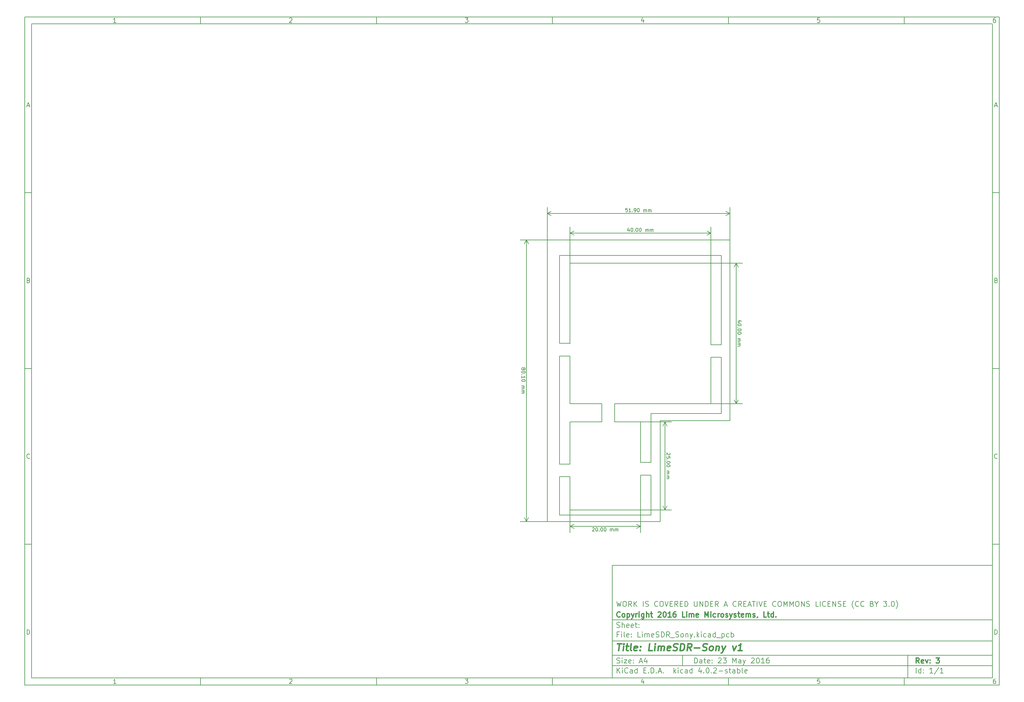
<source format=gbr>
G04 #@! TF.FileFunction,Drawing*
%FSLAX46Y46*%
G04 Gerber Fmt 4.6, Leading zero omitted, Abs format (unit mm)*
G04 Created by KiCad (PCBNEW 4.0.2-stable) date 23/05/2016 22:28:53*
%MOMM*%
G01*
G04 APERTURE LIST*
%ADD10C,0.150000*%
%ADD11C,0.300000*%
%ADD12C,0.400000*%
%ADD13C,0.200000*%
G04 APERTURE END LIST*
D10*
X177002200Y-166007200D02*
X177002200Y-198007200D01*
X285002200Y-198007200D01*
X285002200Y-166007200D01*
X177002200Y-166007200D01*
X10000000Y-10000000D02*
X10000000Y-200007200D01*
X287002200Y-200007200D01*
X287002200Y-10000000D01*
X10000000Y-10000000D01*
X12000000Y-12000000D02*
X12000000Y-198007200D01*
X285002200Y-198007200D01*
X285002200Y-12000000D01*
X12000000Y-12000000D01*
X60000000Y-12000000D02*
X60000000Y-10000000D01*
X110000000Y-12000000D02*
X110000000Y-10000000D01*
X160000000Y-12000000D02*
X160000000Y-10000000D01*
X210000000Y-12000000D02*
X210000000Y-10000000D01*
X260000000Y-12000000D02*
X260000000Y-10000000D01*
X35990476Y-11588095D02*
X35247619Y-11588095D01*
X35619048Y-11588095D02*
X35619048Y-10288095D01*
X35495238Y-10473810D01*
X35371429Y-10597619D01*
X35247619Y-10659524D01*
X85247619Y-10411905D02*
X85309524Y-10350000D01*
X85433333Y-10288095D01*
X85742857Y-10288095D01*
X85866667Y-10350000D01*
X85928571Y-10411905D01*
X85990476Y-10535714D01*
X85990476Y-10659524D01*
X85928571Y-10845238D01*
X85185714Y-11588095D01*
X85990476Y-11588095D01*
X135185714Y-10288095D02*
X135990476Y-10288095D01*
X135557143Y-10783333D01*
X135742857Y-10783333D01*
X135866667Y-10845238D01*
X135928571Y-10907143D01*
X135990476Y-11030952D01*
X135990476Y-11340476D01*
X135928571Y-11464286D01*
X135866667Y-11526190D01*
X135742857Y-11588095D01*
X135371429Y-11588095D01*
X135247619Y-11526190D01*
X135185714Y-11464286D01*
X185866667Y-10721429D02*
X185866667Y-11588095D01*
X185557143Y-10226190D02*
X185247619Y-11154762D01*
X186052381Y-11154762D01*
X235928571Y-10288095D02*
X235309524Y-10288095D01*
X235247619Y-10907143D01*
X235309524Y-10845238D01*
X235433333Y-10783333D01*
X235742857Y-10783333D01*
X235866667Y-10845238D01*
X235928571Y-10907143D01*
X235990476Y-11030952D01*
X235990476Y-11340476D01*
X235928571Y-11464286D01*
X235866667Y-11526190D01*
X235742857Y-11588095D01*
X235433333Y-11588095D01*
X235309524Y-11526190D01*
X235247619Y-11464286D01*
X285866667Y-10288095D02*
X285619048Y-10288095D01*
X285495238Y-10350000D01*
X285433333Y-10411905D01*
X285309524Y-10597619D01*
X285247619Y-10845238D01*
X285247619Y-11340476D01*
X285309524Y-11464286D01*
X285371429Y-11526190D01*
X285495238Y-11588095D01*
X285742857Y-11588095D01*
X285866667Y-11526190D01*
X285928571Y-11464286D01*
X285990476Y-11340476D01*
X285990476Y-11030952D01*
X285928571Y-10907143D01*
X285866667Y-10845238D01*
X285742857Y-10783333D01*
X285495238Y-10783333D01*
X285371429Y-10845238D01*
X285309524Y-10907143D01*
X285247619Y-11030952D01*
X60000000Y-198007200D02*
X60000000Y-200007200D01*
X110000000Y-198007200D02*
X110000000Y-200007200D01*
X160000000Y-198007200D02*
X160000000Y-200007200D01*
X210000000Y-198007200D02*
X210000000Y-200007200D01*
X260000000Y-198007200D02*
X260000000Y-200007200D01*
X35990476Y-199595295D02*
X35247619Y-199595295D01*
X35619048Y-199595295D02*
X35619048Y-198295295D01*
X35495238Y-198481010D01*
X35371429Y-198604819D01*
X35247619Y-198666724D01*
X85247619Y-198419105D02*
X85309524Y-198357200D01*
X85433333Y-198295295D01*
X85742857Y-198295295D01*
X85866667Y-198357200D01*
X85928571Y-198419105D01*
X85990476Y-198542914D01*
X85990476Y-198666724D01*
X85928571Y-198852438D01*
X85185714Y-199595295D01*
X85990476Y-199595295D01*
X135185714Y-198295295D02*
X135990476Y-198295295D01*
X135557143Y-198790533D01*
X135742857Y-198790533D01*
X135866667Y-198852438D01*
X135928571Y-198914343D01*
X135990476Y-199038152D01*
X135990476Y-199347676D01*
X135928571Y-199471486D01*
X135866667Y-199533390D01*
X135742857Y-199595295D01*
X135371429Y-199595295D01*
X135247619Y-199533390D01*
X135185714Y-199471486D01*
X185866667Y-198728629D02*
X185866667Y-199595295D01*
X185557143Y-198233390D02*
X185247619Y-199161962D01*
X186052381Y-199161962D01*
X235928571Y-198295295D02*
X235309524Y-198295295D01*
X235247619Y-198914343D01*
X235309524Y-198852438D01*
X235433333Y-198790533D01*
X235742857Y-198790533D01*
X235866667Y-198852438D01*
X235928571Y-198914343D01*
X235990476Y-199038152D01*
X235990476Y-199347676D01*
X235928571Y-199471486D01*
X235866667Y-199533390D01*
X235742857Y-199595295D01*
X235433333Y-199595295D01*
X235309524Y-199533390D01*
X235247619Y-199471486D01*
X285866667Y-198295295D02*
X285619048Y-198295295D01*
X285495238Y-198357200D01*
X285433333Y-198419105D01*
X285309524Y-198604819D01*
X285247619Y-198852438D01*
X285247619Y-199347676D01*
X285309524Y-199471486D01*
X285371429Y-199533390D01*
X285495238Y-199595295D01*
X285742857Y-199595295D01*
X285866667Y-199533390D01*
X285928571Y-199471486D01*
X285990476Y-199347676D01*
X285990476Y-199038152D01*
X285928571Y-198914343D01*
X285866667Y-198852438D01*
X285742857Y-198790533D01*
X285495238Y-198790533D01*
X285371429Y-198852438D01*
X285309524Y-198914343D01*
X285247619Y-199038152D01*
X10000000Y-60000000D02*
X12000000Y-60000000D01*
X10000000Y-110000000D02*
X12000000Y-110000000D01*
X10000000Y-160000000D02*
X12000000Y-160000000D01*
X10690476Y-35216667D02*
X11309524Y-35216667D01*
X10566667Y-35588095D02*
X11000000Y-34288095D01*
X11433333Y-35588095D01*
X11092857Y-84907143D02*
X11278571Y-84969048D01*
X11340476Y-85030952D01*
X11402381Y-85154762D01*
X11402381Y-85340476D01*
X11340476Y-85464286D01*
X11278571Y-85526190D01*
X11154762Y-85588095D01*
X10659524Y-85588095D01*
X10659524Y-84288095D01*
X11092857Y-84288095D01*
X11216667Y-84350000D01*
X11278571Y-84411905D01*
X11340476Y-84535714D01*
X11340476Y-84659524D01*
X11278571Y-84783333D01*
X11216667Y-84845238D01*
X11092857Y-84907143D01*
X10659524Y-84907143D01*
X11402381Y-135464286D02*
X11340476Y-135526190D01*
X11154762Y-135588095D01*
X11030952Y-135588095D01*
X10845238Y-135526190D01*
X10721429Y-135402381D01*
X10659524Y-135278571D01*
X10597619Y-135030952D01*
X10597619Y-134845238D01*
X10659524Y-134597619D01*
X10721429Y-134473810D01*
X10845238Y-134350000D01*
X11030952Y-134288095D01*
X11154762Y-134288095D01*
X11340476Y-134350000D01*
X11402381Y-134411905D01*
X10659524Y-185588095D02*
X10659524Y-184288095D01*
X10969048Y-184288095D01*
X11154762Y-184350000D01*
X11278571Y-184473810D01*
X11340476Y-184597619D01*
X11402381Y-184845238D01*
X11402381Y-185030952D01*
X11340476Y-185278571D01*
X11278571Y-185402381D01*
X11154762Y-185526190D01*
X10969048Y-185588095D01*
X10659524Y-185588095D01*
X287002200Y-60000000D02*
X285002200Y-60000000D01*
X287002200Y-110000000D02*
X285002200Y-110000000D01*
X287002200Y-160000000D02*
X285002200Y-160000000D01*
X285692676Y-35216667D02*
X286311724Y-35216667D01*
X285568867Y-35588095D02*
X286002200Y-34288095D01*
X286435533Y-35588095D01*
X286095057Y-84907143D02*
X286280771Y-84969048D01*
X286342676Y-85030952D01*
X286404581Y-85154762D01*
X286404581Y-85340476D01*
X286342676Y-85464286D01*
X286280771Y-85526190D01*
X286156962Y-85588095D01*
X285661724Y-85588095D01*
X285661724Y-84288095D01*
X286095057Y-84288095D01*
X286218867Y-84350000D01*
X286280771Y-84411905D01*
X286342676Y-84535714D01*
X286342676Y-84659524D01*
X286280771Y-84783333D01*
X286218867Y-84845238D01*
X286095057Y-84907143D01*
X285661724Y-84907143D01*
X286404581Y-135464286D02*
X286342676Y-135526190D01*
X286156962Y-135588095D01*
X286033152Y-135588095D01*
X285847438Y-135526190D01*
X285723629Y-135402381D01*
X285661724Y-135278571D01*
X285599819Y-135030952D01*
X285599819Y-134845238D01*
X285661724Y-134597619D01*
X285723629Y-134473810D01*
X285847438Y-134350000D01*
X286033152Y-134288095D01*
X286156962Y-134288095D01*
X286342676Y-134350000D01*
X286404581Y-134411905D01*
X285661724Y-185588095D02*
X285661724Y-184288095D01*
X285971248Y-184288095D01*
X286156962Y-184350000D01*
X286280771Y-184473810D01*
X286342676Y-184597619D01*
X286404581Y-184845238D01*
X286404581Y-185030952D01*
X286342676Y-185278571D01*
X286280771Y-185402381D01*
X286156962Y-185526190D01*
X285971248Y-185588095D01*
X285661724Y-185588095D01*
X200359343Y-193785771D02*
X200359343Y-192285771D01*
X200716486Y-192285771D01*
X200930771Y-192357200D01*
X201073629Y-192500057D01*
X201145057Y-192642914D01*
X201216486Y-192928629D01*
X201216486Y-193142914D01*
X201145057Y-193428629D01*
X201073629Y-193571486D01*
X200930771Y-193714343D01*
X200716486Y-193785771D01*
X200359343Y-193785771D01*
X202502200Y-193785771D02*
X202502200Y-193000057D01*
X202430771Y-192857200D01*
X202287914Y-192785771D01*
X202002200Y-192785771D01*
X201859343Y-192857200D01*
X202502200Y-193714343D02*
X202359343Y-193785771D01*
X202002200Y-193785771D01*
X201859343Y-193714343D01*
X201787914Y-193571486D01*
X201787914Y-193428629D01*
X201859343Y-193285771D01*
X202002200Y-193214343D01*
X202359343Y-193214343D01*
X202502200Y-193142914D01*
X203002200Y-192785771D02*
X203573629Y-192785771D01*
X203216486Y-192285771D02*
X203216486Y-193571486D01*
X203287914Y-193714343D01*
X203430772Y-193785771D01*
X203573629Y-193785771D01*
X204645057Y-193714343D02*
X204502200Y-193785771D01*
X204216486Y-193785771D01*
X204073629Y-193714343D01*
X204002200Y-193571486D01*
X204002200Y-193000057D01*
X204073629Y-192857200D01*
X204216486Y-192785771D01*
X204502200Y-192785771D01*
X204645057Y-192857200D01*
X204716486Y-193000057D01*
X204716486Y-193142914D01*
X204002200Y-193285771D01*
X205359343Y-193642914D02*
X205430771Y-193714343D01*
X205359343Y-193785771D01*
X205287914Y-193714343D01*
X205359343Y-193642914D01*
X205359343Y-193785771D01*
X205359343Y-192857200D02*
X205430771Y-192928629D01*
X205359343Y-193000057D01*
X205287914Y-192928629D01*
X205359343Y-192857200D01*
X205359343Y-193000057D01*
X207145057Y-192428629D02*
X207216486Y-192357200D01*
X207359343Y-192285771D01*
X207716486Y-192285771D01*
X207859343Y-192357200D01*
X207930772Y-192428629D01*
X208002200Y-192571486D01*
X208002200Y-192714343D01*
X207930772Y-192928629D01*
X207073629Y-193785771D01*
X208002200Y-193785771D01*
X208502200Y-192285771D02*
X209430771Y-192285771D01*
X208930771Y-192857200D01*
X209145057Y-192857200D01*
X209287914Y-192928629D01*
X209359343Y-193000057D01*
X209430771Y-193142914D01*
X209430771Y-193500057D01*
X209359343Y-193642914D01*
X209287914Y-193714343D01*
X209145057Y-193785771D01*
X208716485Y-193785771D01*
X208573628Y-193714343D01*
X208502200Y-193642914D01*
X211216485Y-193785771D02*
X211216485Y-192285771D01*
X211716485Y-193357200D01*
X212216485Y-192285771D01*
X212216485Y-193785771D01*
X213573628Y-193785771D02*
X213573628Y-193000057D01*
X213502199Y-192857200D01*
X213359342Y-192785771D01*
X213073628Y-192785771D01*
X212930771Y-192857200D01*
X213573628Y-193714343D02*
X213430771Y-193785771D01*
X213073628Y-193785771D01*
X212930771Y-193714343D01*
X212859342Y-193571486D01*
X212859342Y-193428629D01*
X212930771Y-193285771D01*
X213073628Y-193214343D01*
X213430771Y-193214343D01*
X213573628Y-193142914D01*
X214145057Y-192785771D02*
X214502200Y-193785771D01*
X214859342Y-192785771D02*
X214502200Y-193785771D01*
X214359342Y-194142914D01*
X214287914Y-194214343D01*
X214145057Y-194285771D01*
X216502199Y-192428629D02*
X216573628Y-192357200D01*
X216716485Y-192285771D01*
X217073628Y-192285771D01*
X217216485Y-192357200D01*
X217287914Y-192428629D01*
X217359342Y-192571486D01*
X217359342Y-192714343D01*
X217287914Y-192928629D01*
X216430771Y-193785771D01*
X217359342Y-193785771D01*
X218287913Y-192285771D02*
X218430770Y-192285771D01*
X218573627Y-192357200D01*
X218645056Y-192428629D01*
X218716485Y-192571486D01*
X218787913Y-192857200D01*
X218787913Y-193214343D01*
X218716485Y-193500057D01*
X218645056Y-193642914D01*
X218573627Y-193714343D01*
X218430770Y-193785771D01*
X218287913Y-193785771D01*
X218145056Y-193714343D01*
X218073627Y-193642914D01*
X218002199Y-193500057D01*
X217930770Y-193214343D01*
X217930770Y-192857200D01*
X218002199Y-192571486D01*
X218073627Y-192428629D01*
X218145056Y-192357200D01*
X218287913Y-192285771D01*
X220216484Y-193785771D02*
X219359341Y-193785771D01*
X219787913Y-193785771D02*
X219787913Y-192285771D01*
X219645056Y-192500057D01*
X219502198Y-192642914D01*
X219359341Y-192714343D01*
X221502198Y-192285771D02*
X221216484Y-192285771D01*
X221073627Y-192357200D01*
X221002198Y-192428629D01*
X220859341Y-192642914D01*
X220787912Y-192928629D01*
X220787912Y-193500057D01*
X220859341Y-193642914D01*
X220930769Y-193714343D01*
X221073627Y-193785771D01*
X221359341Y-193785771D01*
X221502198Y-193714343D01*
X221573627Y-193642914D01*
X221645055Y-193500057D01*
X221645055Y-193142914D01*
X221573627Y-193000057D01*
X221502198Y-192928629D01*
X221359341Y-192857200D01*
X221073627Y-192857200D01*
X220930769Y-192928629D01*
X220859341Y-193000057D01*
X220787912Y-193142914D01*
X177002200Y-194507200D02*
X285002200Y-194507200D01*
X178359343Y-196585771D02*
X178359343Y-195085771D01*
X179216486Y-196585771D02*
X178573629Y-195728629D01*
X179216486Y-195085771D02*
X178359343Y-195942914D01*
X179859343Y-196585771D02*
X179859343Y-195585771D01*
X179859343Y-195085771D02*
X179787914Y-195157200D01*
X179859343Y-195228629D01*
X179930771Y-195157200D01*
X179859343Y-195085771D01*
X179859343Y-195228629D01*
X181430772Y-196442914D02*
X181359343Y-196514343D01*
X181145057Y-196585771D01*
X181002200Y-196585771D01*
X180787915Y-196514343D01*
X180645057Y-196371486D01*
X180573629Y-196228629D01*
X180502200Y-195942914D01*
X180502200Y-195728629D01*
X180573629Y-195442914D01*
X180645057Y-195300057D01*
X180787915Y-195157200D01*
X181002200Y-195085771D01*
X181145057Y-195085771D01*
X181359343Y-195157200D01*
X181430772Y-195228629D01*
X182716486Y-196585771D02*
X182716486Y-195800057D01*
X182645057Y-195657200D01*
X182502200Y-195585771D01*
X182216486Y-195585771D01*
X182073629Y-195657200D01*
X182716486Y-196514343D02*
X182573629Y-196585771D01*
X182216486Y-196585771D01*
X182073629Y-196514343D01*
X182002200Y-196371486D01*
X182002200Y-196228629D01*
X182073629Y-196085771D01*
X182216486Y-196014343D01*
X182573629Y-196014343D01*
X182716486Y-195942914D01*
X184073629Y-196585771D02*
X184073629Y-195085771D01*
X184073629Y-196514343D02*
X183930772Y-196585771D01*
X183645058Y-196585771D01*
X183502200Y-196514343D01*
X183430772Y-196442914D01*
X183359343Y-196300057D01*
X183359343Y-195871486D01*
X183430772Y-195728629D01*
X183502200Y-195657200D01*
X183645058Y-195585771D01*
X183930772Y-195585771D01*
X184073629Y-195657200D01*
X185930772Y-195800057D02*
X186430772Y-195800057D01*
X186645058Y-196585771D02*
X185930772Y-196585771D01*
X185930772Y-195085771D01*
X186645058Y-195085771D01*
X187287915Y-196442914D02*
X187359343Y-196514343D01*
X187287915Y-196585771D01*
X187216486Y-196514343D01*
X187287915Y-196442914D01*
X187287915Y-196585771D01*
X188002201Y-196585771D02*
X188002201Y-195085771D01*
X188359344Y-195085771D01*
X188573629Y-195157200D01*
X188716487Y-195300057D01*
X188787915Y-195442914D01*
X188859344Y-195728629D01*
X188859344Y-195942914D01*
X188787915Y-196228629D01*
X188716487Y-196371486D01*
X188573629Y-196514343D01*
X188359344Y-196585771D01*
X188002201Y-196585771D01*
X189502201Y-196442914D02*
X189573629Y-196514343D01*
X189502201Y-196585771D01*
X189430772Y-196514343D01*
X189502201Y-196442914D01*
X189502201Y-196585771D01*
X190145058Y-196157200D02*
X190859344Y-196157200D01*
X190002201Y-196585771D02*
X190502201Y-195085771D01*
X191002201Y-196585771D01*
X191502201Y-196442914D02*
X191573629Y-196514343D01*
X191502201Y-196585771D01*
X191430772Y-196514343D01*
X191502201Y-196442914D01*
X191502201Y-196585771D01*
X194502201Y-196585771D02*
X194502201Y-195085771D01*
X194645058Y-196014343D02*
X195073629Y-196585771D01*
X195073629Y-195585771D02*
X194502201Y-196157200D01*
X195716487Y-196585771D02*
X195716487Y-195585771D01*
X195716487Y-195085771D02*
X195645058Y-195157200D01*
X195716487Y-195228629D01*
X195787915Y-195157200D01*
X195716487Y-195085771D01*
X195716487Y-195228629D01*
X197073630Y-196514343D02*
X196930773Y-196585771D01*
X196645059Y-196585771D01*
X196502201Y-196514343D01*
X196430773Y-196442914D01*
X196359344Y-196300057D01*
X196359344Y-195871486D01*
X196430773Y-195728629D01*
X196502201Y-195657200D01*
X196645059Y-195585771D01*
X196930773Y-195585771D01*
X197073630Y-195657200D01*
X198359344Y-196585771D02*
X198359344Y-195800057D01*
X198287915Y-195657200D01*
X198145058Y-195585771D01*
X197859344Y-195585771D01*
X197716487Y-195657200D01*
X198359344Y-196514343D02*
X198216487Y-196585771D01*
X197859344Y-196585771D01*
X197716487Y-196514343D01*
X197645058Y-196371486D01*
X197645058Y-196228629D01*
X197716487Y-196085771D01*
X197859344Y-196014343D01*
X198216487Y-196014343D01*
X198359344Y-195942914D01*
X199716487Y-196585771D02*
X199716487Y-195085771D01*
X199716487Y-196514343D02*
X199573630Y-196585771D01*
X199287916Y-196585771D01*
X199145058Y-196514343D01*
X199073630Y-196442914D01*
X199002201Y-196300057D01*
X199002201Y-195871486D01*
X199073630Y-195728629D01*
X199145058Y-195657200D01*
X199287916Y-195585771D01*
X199573630Y-195585771D01*
X199716487Y-195657200D01*
X202216487Y-195585771D02*
X202216487Y-196585771D01*
X201859344Y-195014343D02*
X201502201Y-196085771D01*
X202430773Y-196085771D01*
X203002201Y-196442914D02*
X203073629Y-196514343D01*
X203002201Y-196585771D01*
X202930772Y-196514343D01*
X203002201Y-196442914D01*
X203002201Y-196585771D01*
X204002201Y-195085771D02*
X204145058Y-195085771D01*
X204287915Y-195157200D01*
X204359344Y-195228629D01*
X204430773Y-195371486D01*
X204502201Y-195657200D01*
X204502201Y-196014343D01*
X204430773Y-196300057D01*
X204359344Y-196442914D01*
X204287915Y-196514343D01*
X204145058Y-196585771D01*
X204002201Y-196585771D01*
X203859344Y-196514343D01*
X203787915Y-196442914D01*
X203716487Y-196300057D01*
X203645058Y-196014343D01*
X203645058Y-195657200D01*
X203716487Y-195371486D01*
X203787915Y-195228629D01*
X203859344Y-195157200D01*
X204002201Y-195085771D01*
X205145058Y-196442914D02*
X205216486Y-196514343D01*
X205145058Y-196585771D01*
X205073629Y-196514343D01*
X205145058Y-196442914D01*
X205145058Y-196585771D01*
X205787915Y-195228629D02*
X205859344Y-195157200D01*
X206002201Y-195085771D01*
X206359344Y-195085771D01*
X206502201Y-195157200D01*
X206573630Y-195228629D01*
X206645058Y-195371486D01*
X206645058Y-195514343D01*
X206573630Y-195728629D01*
X205716487Y-196585771D01*
X206645058Y-196585771D01*
X207287915Y-196014343D02*
X208430772Y-196014343D01*
X209073629Y-196514343D02*
X209216486Y-196585771D01*
X209502201Y-196585771D01*
X209645058Y-196514343D01*
X209716486Y-196371486D01*
X209716486Y-196300057D01*
X209645058Y-196157200D01*
X209502201Y-196085771D01*
X209287915Y-196085771D01*
X209145058Y-196014343D01*
X209073629Y-195871486D01*
X209073629Y-195800057D01*
X209145058Y-195657200D01*
X209287915Y-195585771D01*
X209502201Y-195585771D01*
X209645058Y-195657200D01*
X210145058Y-195585771D02*
X210716487Y-195585771D01*
X210359344Y-195085771D02*
X210359344Y-196371486D01*
X210430772Y-196514343D01*
X210573630Y-196585771D01*
X210716487Y-196585771D01*
X211859344Y-196585771D02*
X211859344Y-195800057D01*
X211787915Y-195657200D01*
X211645058Y-195585771D01*
X211359344Y-195585771D01*
X211216487Y-195657200D01*
X211859344Y-196514343D02*
X211716487Y-196585771D01*
X211359344Y-196585771D01*
X211216487Y-196514343D01*
X211145058Y-196371486D01*
X211145058Y-196228629D01*
X211216487Y-196085771D01*
X211359344Y-196014343D01*
X211716487Y-196014343D01*
X211859344Y-195942914D01*
X212573630Y-196585771D02*
X212573630Y-195085771D01*
X212573630Y-195657200D02*
X212716487Y-195585771D01*
X213002201Y-195585771D01*
X213145058Y-195657200D01*
X213216487Y-195728629D01*
X213287916Y-195871486D01*
X213287916Y-196300057D01*
X213216487Y-196442914D01*
X213145058Y-196514343D01*
X213002201Y-196585771D01*
X212716487Y-196585771D01*
X212573630Y-196514343D01*
X214145059Y-196585771D02*
X214002201Y-196514343D01*
X213930773Y-196371486D01*
X213930773Y-195085771D01*
X215287915Y-196514343D02*
X215145058Y-196585771D01*
X214859344Y-196585771D01*
X214716487Y-196514343D01*
X214645058Y-196371486D01*
X214645058Y-195800057D01*
X214716487Y-195657200D01*
X214859344Y-195585771D01*
X215145058Y-195585771D01*
X215287915Y-195657200D01*
X215359344Y-195800057D01*
X215359344Y-195942914D01*
X214645058Y-196085771D01*
X177002200Y-191507200D02*
X285002200Y-191507200D01*
D11*
X264216486Y-193785771D02*
X263716486Y-193071486D01*
X263359343Y-193785771D02*
X263359343Y-192285771D01*
X263930771Y-192285771D01*
X264073629Y-192357200D01*
X264145057Y-192428629D01*
X264216486Y-192571486D01*
X264216486Y-192785771D01*
X264145057Y-192928629D01*
X264073629Y-193000057D01*
X263930771Y-193071486D01*
X263359343Y-193071486D01*
X265430771Y-193714343D02*
X265287914Y-193785771D01*
X265002200Y-193785771D01*
X264859343Y-193714343D01*
X264787914Y-193571486D01*
X264787914Y-193000057D01*
X264859343Y-192857200D01*
X265002200Y-192785771D01*
X265287914Y-192785771D01*
X265430771Y-192857200D01*
X265502200Y-193000057D01*
X265502200Y-193142914D01*
X264787914Y-193285771D01*
X266002200Y-192785771D02*
X266359343Y-193785771D01*
X266716485Y-192785771D01*
X267287914Y-193642914D02*
X267359342Y-193714343D01*
X267287914Y-193785771D01*
X267216485Y-193714343D01*
X267287914Y-193642914D01*
X267287914Y-193785771D01*
X267287914Y-192857200D02*
X267359342Y-192928629D01*
X267287914Y-193000057D01*
X267216485Y-192928629D01*
X267287914Y-192857200D01*
X267287914Y-193000057D01*
X269002200Y-192285771D02*
X269930771Y-192285771D01*
X269430771Y-192857200D01*
X269645057Y-192857200D01*
X269787914Y-192928629D01*
X269859343Y-193000057D01*
X269930771Y-193142914D01*
X269930771Y-193500057D01*
X269859343Y-193642914D01*
X269787914Y-193714343D01*
X269645057Y-193785771D01*
X269216485Y-193785771D01*
X269073628Y-193714343D01*
X269002200Y-193642914D01*
D10*
X178287914Y-193714343D02*
X178502200Y-193785771D01*
X178859343Y-193785771D01*
X179002200Y-193714343D01*
X179073629Y-193642914D01*
X179145057Y-193500057D01*
X179145057Y-193357200D01*
X179073629Y-193214343D01*
X179002200Y-193142914D01*
X178859343Y-193071486D01*
X178573629Y-193000057D01*
X178430771Y-192928629D01*
X178359343Y-192857200D01*
X178287914Y-192714343D01*
X178287914Y-192571486D01*
X178359343Y-192428629D01*
X178430771Y-192357200D01*
X178573629Y-192285771D01*
X178930771Y-192285771D01*
X179145057Y-192357200D01*
X179787914Y-193785771D02*
X179787914Y-192785771D01*
X179787914Y-192285771D02*
X179716485Y-192357200D01*
X179787914Y-192428629D01*
X179859342Y-192357200D01*
X179787914Y-192285771D01*
X179787914Y-192428629D01*
X180359343Y-192785771D02*
X181145057Y-192785771D01*
X180359343Y-193785771D01*
X181145057Y-193785771D01*
X182287914Y-193714343D02*
X182145057Y-193785771D01*
X181859343Y-193785771D01*
X181716486Y-193714343D01*
X181645057Y-193571486D01*
X181645057Y-193000057D01*
X181716486Y-192857200D01*
X181859343Y-192785771D01*
X182145057Y-192785771D01*
X182287914Y-192857200D01*
X182359343Y-193000057D01*
X182359343Y-193142914D01*
X181645057Y-193285771D01*
X183002200Y-193642914D02*
X183073628Y-193714343D01*
X183002200Y-193785771D01*
X182930771Y-193714343D01*
X183002200Y-193642914D01*
X183002200Y-193785771D01*
X183002200Y-192857200D02*
X183073628Y-192928629D01*
X183002200Y-193000057D01*
X182930771Y-192928629D01*
X183002200Y-192857200D01*
X183002200Y-193000057D01*
X184787914Y-193357200D02*
X185502200Y-193357200D01*
X184645057Y-193785771D02*
X185145057Y-192285771D01*
X185645057Y-193785771D01*
X186787914Y-192785771D02*
X186787914Y-193785771D01*
X186430771Y-192214343D02*
X186073628Y-193285771D01*
X187002200Y-193285771D01*
X263359343Y-196585771D02*
X263359343Y-195085771D01*
X264716486Y-196585771D02*
X264716486Y-195085771D01*
X264716486Y-196514343D02*
X264573629Y-196585771D01*
X264287915Y-196585771D01*
X264145057Y-196514343D01*
X264073629Y-196442914D01*
X264002200Y-196300057D01*
X264002200Y-195871486D01*
X264073629Y-195728629D01*
X264145057Y-195657200D01*
X264287915Y-195585771D01*
X264573629Y-195585771D01*
X264716486Y-195657200D01*
X265430772Y-196442914D02*
X265502200Y-196514343D01*
X265430772Y-196585771D01*
X265359343Y-196514343D01*
X265430772Y-196442914D01*
X265430772Y-196585771D01*
X265430772Y-195657200D02*
X265502200Y-195728629D01*
X265430772Y-195800057D01*
X265359343Y-195728629D01*
X265430772Y-195657200D01*
X265430772Y-195800057D01*
X268073629Y-196585771D02*
X267216486Y-196585771D01*
X267645058Y-196585771D02*
X267645058Y-195085771D01*
X267502201Y-195300057D01*
X267359343Y-195442914D01*
X267216486Y-195514343D01*
X269787914Y-195014343D02*
X268502200Y-196942914D01*
X271073629Y-196585771D02*
X270216486Y-196585771D01*
X270645058Y-196585771D02*
X270645058Y-195085771D01*
X270502201Y-195300057D01*
X270359343Y-195442914D01*
X270216486Y-195514343D01*
X177002200Y-187507200D02*
X285002200Y-187507200D01*
D12*
X178454581Y-188211962D02*
X179597438Y-188211962D01*
X178776010Y-190211962D02*
X179026010Y-188211962D01*
X180014105Y-190211962D02*
X180180771Y-188878629D01*
X180264105Y-188211962D02*
X180156962Y-188307200D01*
X180240295Y-188402438D01*
X180347439Y-188307200D01*
X180264105Y-188211962D01*
X180240295Y-188402438D01*
X180847438Y-188878629D02*
X181609343Y-188878629D01*
X181216486Y-188211962D02*
X181002200Y-189926248D01*
X181073630Y-190116724D01*
X181252201Y-190211962D01*
X181442677Y-190211962D01*
X182395058Y-190211962D02*
X182216487Y-190116724D01*
X182145057Y-189926248D01*
X182359343Y-188211962D01*
X183930772Y-190116724D02*
X183728391Y-190211962D01*
X183347439Y-190211962D01*
X183168867Y-190116724D01*
X183097438Y-189926248D01*
X183192676Y-189164343D01*
X183311724Y-188973867D01*
X183514105Y-188878629D01*
X183895057Y-188878629D01*
X184073629Y-188973867D01*
X184145057Y-189164343D01*
X184121248Y-189354819D01*
X183145057Y-189545295D01*
X184895057Y-190021486D02*
X184978392Y-190116724D01*
X184871248Y-190211962D01*
X184787915Y-190116724D01*
X184895057Y-190021486D01*
X184871248Y-190211962D01*
X185026010Y-188973867D02*
X185109344Y-189069105D01*
X185002200Y-189164343D01*
X184918867Y-189069105D01*
X185026010Y-188973867D01*
X185002200Y-189164343D01*
X188299820Y-190211962D02*
X187347439Y-190211962D01*
X187597439Y-188211962D01*
X188966487Y-190211962D02*
X189133153Y-188878629D01*
X189216487Y-188211962D02*
X189109344Y-188307200D01*
X189192677Y-188402438D01*
X189299821Y-188307200D01*
X189216487Y-188211962D01*
X189192677Y-188402438D01*
X189918868Y-190211962D02*
X190085534Y-188878629D01*
X190061725Y-189069105D02*
X190168869Y-188973867D01*
X190371249Y-188878629D01*
X190656963Y-188878629D01*
X190835535Y-188973867D01*
X190906963Y-189164343D01*
X190776011Y-190211962D01*
X190906963Y-189164343D02*
X191026011Y-188973867D01*
X191228392Y-188878629D01*
X191514106Y-188878629D01*
X191692678Y-188973867D01*
X191764106Y-189164343D01*
X191633154Y-190211962D01*
X193359345Y-190116724D02*
X193156964Y-190211962D01*
X192776012Y-190211962D01*
X192597440Y-190116724D01*
X192526011Y-189926248D01*
X192621249Y-189164343D01*
X192740297Y-188973867D01*
X192942678Y-188878629D01*
X193323630Y-188878629D01*
X193502202Y-188973867D01*
X193573630Y-189164343D01*
X193549821Y-189354819D01*
X192573630Y-189545295D01*
X194216488Y-190116724D02*
X194490298Y-190211962D01*
X194966488Y-190211962D01*
X195168869Y-190116724D01*
X195276011Y-190021486D01*
X195395060Y-189831010D01*
X195418869Y-189640533D01*
X195347440Y-189450057D01*
X195264107Y-189354819D01*
X195085535Y-189259581D01*
X194716488Y-189164343D01*
X194537917Y-189069105D01*
X194454583Y-188973867D01*
X194383154Y-188783390D01*
X194406964Y-188592914D01*
X194526011Y-188402438D01*
X194633155Y-188307200D01*
X194835536Y-188211962D01*
X195311726Y-188211962D01*
X195585536Y-188307200D01*
X196204583Y-190211962D02*
X196454583Y-188211962D01*
X196930774Y-188211962D01*
X197204583Y-188307200D01*
X197371250Y-188497676D01*
X197442679Y-188688152D01*
X197490298Y-189069105D01*
X197454584Y-189354819D01*
X197311727Y-189735771D01*
X197192678Y-189926248D01*
X196978393Y-190116724D01*
X196680774Y-190211962D01*
X196204583Y-190211962D01*
X199347441Y-190211962D02*
X198799821Y-189259581D01*
X198204583Y-190211962D02*
X198454583Y-188211962D01*
X199216488Y-188211962D01*
X199395059Y-188307200D01*
X199478393Y-188402438D01*
X199549822Y-188592914D01*
X199514107Y-188878629D01*
X199395060Y-189069105D01*
X199287916Y-189164343D01*
X199085535Y-189259581D01*
X198323630Y-189259581D01*
X200299821Y-189450057D02*
X201823631Y-189450057D01*
X202597440Y-190116724D02*
X202871250Y-190211962D01*
X203347440Y-190211962D01*
X203549821Y-190116724D01*
X203656963Y-190021486D01*
X203776012Y-189831010D01*
X203799821Y-189640533D01*
X203728392Y-189450057D01*
X203645059Y-189354819D01*
X203466487Y-189259581D01*
X203097440Y-189164343D01*
X202918869Y-189069105D01*
X202835535Y-188973867D01*
X202764106Y-188783390D01*
X202787916Y-188592914D01*
X202906963Y-188402438D01*
X203014107Y-188307200D01*
X203216488Y-188211962D01*
X203692678Y-188211962D01*
X203966488Y-188307200D01*
X204871250Y-190211962D02*
X204692679Y-190116724D01*
X204609344Y-190021486D01*
X204537916Y-189831010D01*
X204609344Y-189259581D01*
X204728392Y-189069105D01*
X204835536Y-188973867D01*
X205037916Y-188878629D01*
X205323630Y-188878629D01*
X205502202Y-188973867D01*
X205585535Y-189069105D01*
X205656963Y-189259581D01*
X205585535Y-189831010D01*
X205466487Y-190021486D01*
X205359345Y-190116724D01*
X205156964Y-190211962D01*
X204871250Y-190211962D01*
X206561725Y-188878629D02*
X206395059Y-190211962D01*
X206537916Y-189069105D02*
X206645060Y-188973867D01*
X206847440Y-188878629D01*
X207133154Y-188878629D01*
X207311726Y-188973867D01*
X207383154Y-189164343D01*
X207252202Y-190211962D01*
X208180773Y-188878629D02*
X208490298Y-190211962D01*
X209133154Y-188878629D02*
X208490298Y-190211962D01*
X208240298Y-190688152D01*
X208133154Y-190783390D01*
X207930773Y-190878629D01*
X211228393Y-188878629D02*
X211537918Y-190211962D01*
X212180774Y-188878629D01*
X213823633Y-190211962D02*
X212680775Y-190211962D01*
X213252204Y-190211962D02*
X213502204Y-188211962D01*
X213276014Y-188497676D01*
X213061728Y-188688152D01*
X212859346Y-188783390D01*
D10*
X178859343Y-185600057D02*
X178359343Y-185600057D01*
X178359343Y-186385771D02*
X178359343Y-184885771D01*
X179073629Y-184885771D01*
X179645057Y-186385771D02*
X179645057Y-185385771D01*
X179645057Y-184885771D02*
X179573628Y-184957200D01*
X179645057Y-185028629D01*
X179716485Y-184957200D01*
X179645057Y-184885771D01*
X179645057Y-185028629D01*
X180573629Y-186385771D02*
X180430771Y-186314343D01*
X180359343Y-186171486D01*
X180359343Y-184885771D01*
X181716485Y-186314343D02*
X181573628Y-186385771D01*
X181287914Y-186385771D01*
X181145057Y-186314343D01*
X181073628Y-186171486D01*
X181073628Y-185600057D01*
X181145057Y-185457200D01*
X181287914Y-185385771D01*
X181573628Y-185385771D01*
X181716485Y-185457200D01*
X181787914Y-185600057D01*
X181787914Y-185742914D01*
X181073628Y-185885771D01*
X182430771Y-186242914D02*
X182502199Y-186314343D01*
X182430771Y-186385771D01*
X182359342Y-186314343D01*
X182430771Y-186242914D01*
X182430771Y-186385771D01*
X182430771Y-185457200D02*
X182502199Y-185528629D01*
X182430771Y-185600057D01*
X182359342Y-185528629D01*
X182430771Y-185457200D01*
X182430771Y-185600057D01*
X185002200Y-186385771D02*
X184287914Y-186385771D01*
X184287914Y-184885771D01*
X185502200Y-186385771D02*
X185502200Y-185385771D01*
X185502200Y-184885771D02*
X185430771Y-184957200D01*
X185502200Y-185028629D01*
X185573628Y-184957200D01*
X185502200Y-184885771D01*
X185502200Y-185028629D01*
X186216486Y-186385771D02*
X186216486Y-185385771D01*
X186216486Y-185528629D02*
X186287914Y-185457200D01*
X186430772Y-185385771D01*
X186645057Y-185385771D01*
X186787914Y-185457200D01*
X186859343Y-185600057D01*
X186859343Y-186385771D01*
X186859343Y-185600057D02*
X186930772Y-185457200D01*
X187073629Y-185385771D01*
X187287914Y-185385771D01*
X187430772Y-185457200D01*
X187502200Y-185600057D01*
X187502200Y-186385771D01*
X188787914Y-186314343D02*
X188645057Y-186385771D01*
X188359343Y-186385771D01*
X188216486Y-186314343D01*
X188145057Y-186171486D01*
X188145057Y-185600057D01*
X188216486Y-185457200D01*
X188359343Y-185385771D01*
X188645057Y-185385771D01*
X188787914Y-185457200D01*
X188859343Y-185600057D01*
X188859343Y-185742914D01*
X188145057Y-185885771D01*
X189430771Y-186314343D02*
X189645057Y-186385771D01*
X190002200Y-186385771D01*
X190145057Y-186314343D01*
X190216486Y-186242914D01*
X190287914Y-186100057D01*
X190287914Y-185957200D01*
X190216486Y-185814343D01*
X190145057Y-185742914D01*
X190002200Y-185671486D01*
X189716486Y-185600057D01*
X189573628Y-185528629D01*
X189502200Y-185457200D01*
X189430771Y-185314343D01*
X189430771Y-185171486D01*
X189502200Y-185028629D01*
X189573628Y-184957200D01*
X189716486Y-184885771D01*
X190073628Y-184885771D01*
X190287914Y-184957200D01*
X190930771Y-186385771D02*
X190930771Y-184885771D01*
X191287914Y-184885771D01*
X191502199Y-184957200D01*
X191645057Y-185100057D01*
X191716485Y-185242914D01*
X191787914Y-185528629D01*
X191787914Y-185742914D01*
X191716485Y-186028629D01*
X191645057Y-186171486D01*
X191502199Y-186314343D01*
X191287914Y-186385771D01*
X190930771Y-186385771D01*
X193287914Y-186385771D02*
X192787914Y-185671486D01*
X192430771Y-186385771D02*
X192430771Y-184885771D01*
X193002199Y-184885771D01*
X193145057Y-184957200D01*
X193216485Y-185028629D01*
X193287914Y-185171486D01*
X193287914Y-185385771D01*
X193216485Y-185528629D01*
X193145057Y-185600057D01*
X193002199Y-185671486D01*
X192430771Y-185671486D01*
X193573628Y-186528629D02*
X194716485Y-186528629D01*
X195002199Y-186314343D02*
X195216485Y-186385771D01*
X195573628Y-186385771D01*
X195716485Y-186314343D01*
X195787914Y-186242914D01*
X195859342Y-186100057D01*
X195859342Y-185957200D01*
X195787914Y-185814343D01*
X195716485Y-185742914D01*
X195573628Y-185671486D01*
X195287914Y-185600057D01*
X195145056Y-185528629D01*
X195073628Y-185457200D01*
X195002199Y-185314343D01*
X195002199Y-185171486D01*
X195073628Y-185028629D01*
X195145056Y-184957200D01*
X195287914Y-184885771D01*
X195645056Y-184885771D01*
X195859342Y-184957200D01*
X196716485Y-186385771D02*
X196573627Y-186314343D01*
X196502199Y-186242914D01*
X196430770Y-186100057D01*
X196430770Y-185671486D01*
X196502199Y-185528629D01*
X196573627Y-185457200D01*
X196716485Y-185385771D01*
X196930770Y-185385771D01*
X197073627Y-185457200D01*
X197145056Y-185528629D01*
X197216485Y-185671486D01*
X197216485Y-186100057D01*
X197145056Y-186242914D01*
X197073627Y-186314343D01*
X196930770Y-186385771D01*
X196716485Y-186385771D01*
X197859342Y-185385771D02*
X197859342Y-186385771D01*
X197859342Y-185528629D02*
X197930770Y-185457200D01*
X198073628Y-185385771D01*
X198287913Y-185385771D01*
X198430770Y-185457200D01*
X198502199Y-185600057D01*
X198502199Y-186385771D01*
X199073628Y-185385771D02*
X199430771Y-186385771D01*
X199787913Y-185385771D02*
X199430771Y-186385771D01*
X199287913Y-186742914D01*
X199216485Y-186814343D01*
X199073628Y-186885771D01*
X200359342Y-186242914D02*
X200430770Y-186314343D01*
X200359342Y-186385771D01*
X200287913Y-186314343D01*
X200359342Y-186242914D01*
X200359342Y-186385771D01*
X201073628Y-186385771D02*
X201073628Y-184885771D01*
X201216485Y-185814343D02*
X201645056Y-186385771D01*
X201645056Y-185385771D02*
X201073628Y-185957200D01*
X202287914Y-186385771D02*
X202287914Y-185385771D01*
X202287914Y-184885771D02*
X202216485Y-184957200D01*
X202287914Y-185028629D01*
X202359342Y-184957200D01*
X202287914Y-184885771D01*
X202287914Y-185028629D01*
X203645057Y-186314343D02*
X203502200Y-186385771D01*
X203216486Y-186385771D01*
X203073628Y-186314343D01*
X203002200Y-186242914D01*
X202930771Y-186100057D01*
X202930771Y-185671486D01*
X203002200Y-185528629D01*
X203073628Y-185457200D01*
X203216486Y-185385771D01*
X203502200Y-185385771D01*
X203645057Y-185457200D01*
X204930771Y-186385771D02*
X204930771Y-185600057D01*
X204859342Y-185457200D01*
X204716485Y-185385771D01*
X204430771Y-185385771D01*
X204287914Y-185457200D01*
X204930771Y-186314343D02*
X204787914Y-186385771D01*
X204430771Y-186385771D01*
X204287914Y-186314343D01*
X204216485Y-186171486D01*
X204216485Y-186028629D01*
X204287914Y-185885771D01*
X204430771Y-185814343D01*
X204787914Y-185814343D01*
X204930771Y-185742914D01*
X206287914Y-186385771D02*
X206287914Y-184885771D01*
X206287914Y-186314343D02*
X206145057Y-186385771D01*
X205859343Y-186385771D01*
X205716485Y-186314343D01*
X205645057Y-186242914D01*
X205573628Y-186100057D01*
X205573628Y-185671486D01*
X205645057Y-185528629D01*
X205716485Y-185457200D01*
X205859343Y-185385771D01*
X206145057Y-185385771D01*
X206287914Y-185457200D01*
X206645057Y-186528629D02*
X207787914Y-186528629D01*
X208145057Y-185385771D02*
X208145057Y-186885771D01*
X208145057Y-185457200D02*
X208287914Y-185385771D01*
X208573628Y-185385771D01*
X208716485Y-185457200D01*
X208787914Y-185528629D01*
X208859343Y-185671486D01*
X208859343Y-186100057D01*
X208787914Y-186242914D01*
X208716485Y-186314343D01*
X208573628Y-186385771D01*
X208287914Y-186385771D01*
X208145057Y-186314343D01*
X210145057Y-186314343D02*
X210002200Y-186385771D01*
X209716486Y-186385771D01*
X209573628Y-186314343D01*
X209502200Y-186242914D01*
X209430771Y-186100057D01*
X209430771Y-185671486D01*
X209502200Y-185528629D01*
X209573628Y-185457200D01*
X209716486Y-185385771D01*
X210002200Y-185385771D01*
X210145057Y-185457200D01*
X210787914Y-186385771D02*
X210787914Y-184885771D01*
X210787914Y-185457200D02*
X210930771Y-185385771D01*
X211216485Y-185385771D01*
X211359342Y-185457200D01*
X211430771Y-185528629D01*
X211502200Y-185671486D01*
X211502200Y-186100057D01*
X211430771Y-186242914D01*
X211359342Y-186314343D01*
X211216485Y-186385771D01*
X210930771Y-186385771D01*
X210787914Y-186314343D01*
X177002200Y-181507200D02*
X285002200Y-181507200D01*
X178287914Y-183614343D02*
X178502200Y-183685771D01*
X178859343Y-183685771D01*
X179002200Y-183614343D01*
X179073629Y-183542914D01*
X179145057Y-183400057D01*
X179145057Y-183257200D01*
X179073629Y-183114343D01*
X179002200Y-183042914D01*
X178859343Y-182971486D01*
X178573629Y-182900057D01*
X178430771Y-182828629D01*
X178359343Y-182757200D01*
X178287914Y-182614343D01*
X178287914Y-182471486D01*
X178359343Y-182328629D01*
X178430771Y-182257200D01*
X178573629Y-182185771D01*
X178930771Y-182185771D01*
X179145057Y-182257200D01*
X179787914Y-183685771D02*
X179787914Y-182185771D01*
X180430771Y-183685771D02*
X180430771Y-182900057D01*
X180359342Y-182757200D01*
X180216485Y-182685771D01*
X180002200Y-182685771D01*
X179859342Y-182757200D01*
X179787914Y-182828629D01*
X181716485Y-183614343D02*
X181573628Y-183685771D01*
X181287914Y-183685771D01*
X181145057Y-183614343D01*
X181073628Y-183471486D01*
X181073628Y-182900057D01*
X181145057Y-182757200D01*
X181287914Y-182685771D01*
X181573628Y-182685771D01*
X181716485Y-182757200D01*
X181787914Y-182900057D01*
X181787914Y-183042914D01*
X181073628Y-183185771D01*
X183002199Y-183614343D02*
X182859342Y-183685771D01*
X182573628Y-183685771D01*
X182430771Y-183614343D01*
X182359342Y-183471486D01*
X182359342Y-182900057D01*
X182430771Y-182757200D01*
X182573628Y-182685771D01*
X182859342Y-182685771D01*
X183002199Y-182757200D01*
X183073628Y-182900057D01*
X183073628Y-183042914D01*
X182359342Y-183185771D01*
X183502199Y-182685771D02*
X184073628Y-182685771D01*
X183716485Y-182185771D02*
X183716485Y-183471486D01*
X183787913Y-183614343D01*
X183930771Y-183685771D01*
X184073628Y-183685771D01*
X184573628Y-183542914D02*
X184645056Y-183614343D01*
X184573628Y-183685771D01*
X184502199Y-183614343D01*
X184573628Y-183542914D01*
X184573628Y-183685771D01*
X184573628Y-182757200D02*
X184645056Y-182828629D01*
X184573628Y-182900057D01*
X184502199Y-182828629D01*
X184573628Y-182757200D01*
X184573628Y-182900057D01*
D11*
X179216486Y-180542914D02*
X179145057Y-180614343D01*
X178930771Y-180685771D01*
X178787914Y-180685771D01*
X178573629Y-180614343D01*
X178430771Y-180471486D01*
X178359343Y-180328629D01*
X178287914Y-180042914D01*
X178287914Y-179828629D01*
X178359343Y-179542914D01*
X178430771Y-179400057D01*
X178573629Y-179257200D01*
X178787914Y-179185771D01*
X178930771Y-179185771D01*
X179145057Y-179257200D01*
X179216486Y-179328629D01*
X180073629Y-180685771D02*
X179930771Y-180614343D01*
X179859343Y-180542914D01*
X179787914Y-180400057D01*
X179787914Y-179971486D01*
X179859343Y-179828629D01*
X179930771Y-179757200D01*
X180073629Y-179685771D01*
X180287914Y-179685771D01*
X180430771Y-179757200D01*
X180502200Y-179828629D01*
X180573629Y-179971486D01*
X180573629Y-180400057D01*
X180502200Y-180542914D01*
X180430771Y-180614343D01*
X180287914Y-180685771D01*
X180073629Y-180685771D01*
X181216486Y-179685771D02*
X181216486Y-181185771D01*
X181216486Y-179757200D02*
X181359343Y-179685771D01*
X181645057Y-179685771D01*
X181787914Y-179757200D01*
X181859343Y-179828629D01*
X181930772Y-179971486D01*
X181930772Y-180400057D01*
X181859343Y-180542914D01*
X181787914Y-180614343D01*
X181645057Y-180685771D01*
X181359343Y-180685771D01*
X181216486Y-180614343D01*
X182430772Y-179685771D02*
X182787915Y-180685771D01*
X183145057Y-179685771D02*
X182787915Y-180685771D01*
X182645057Y-181042914D01*
X182573629Y-181114343D01*
X182430772Y-181185771D01*
X183716486Y-180685771D02*
X183716486Y-179685771D01*
X183716486Y-179971486D02*
X183787914Y-179828629D01*
X183859343Y-179757200D01*
X184002200Y-179685771D01*
X184145057Y-179685771D01*
X184645057Y-180685771D02*
X184645057Y-179685771D01*
X184645057Y-179185771D02*
X184573628Y-179257200D01*
X184645057Y-179328629D01*
X184716485Y-179257200D01*
X184645057Y-179185771D01*
X184645057Y-179328629D01*
X186002200Y-179685771D02*
X186002200Y-180900057D01*
X185930771Y-181042914D01*
X185859343Y-181114343D01*
X185716486Y-181185771D01*
X185502200Y-181185771D01*
X185359343Y-181114343D01*
X186002200Y-180614343D02*
X185859343Y-180685771D01*
X185573629Y-180685771D01*
X185430771Y-180614343D01*
X185359343Y-180542914D01*
X185287914Y-180400057D01*
X185287914Y-179971486D01*
X185359343Y-179828629D01*
X185430771Y-179757200D01*
X185573629Y-179685771D01*
X185859343Y-179685771D01*
X186002200Y-179757200D01*
X186716486Y-180685771D02*
X186716486Y-179185771D01*
X187359343Y-180685771D02*
X187359343Y-179900057D01*
X187287914Y-179757200D01*
X187145057Y-179685771D01*
X186930772Y-179685771D01*
X186787914Y-179757200D01*
X186716486Y-179828629D01*
X187859343Y-179685771D02*
X188430772Y-179685771D01*
X188073629Y-179185771D02*
X188073629Y-180471486D01*
X188145057Y-180614343D01*
X188287915Y-180685771D01*
X188430772Y-180685771D01*
X190002200Y-179328629D02*
X190073629Y-179257200D01*
X190216486Y-179185771D01*
X190573629Y-179185771D01*
X190716486Y-179257200D01*
X190787915Y-179328629D01*
X190859343Y-179471486D01*
X190859343Y-179614343D01*
X190787915Y-179828629D01*
X189930772Y-180685771D01*
X190859343Y-180685771D01*
X191787914Y-179185771D02*
X191930771Y-179185771D01*
X192073628Y-179257200D01*
X192145057Y-179328629D01*
X192216486Y-179471486D01*
X192287914Y-179757200D01*
X192287914Y-180114343D01*
X192216486Y-180400057D01*
X192145057Y-180542914D01*
X192073628Y-180614343D01*
X191930771Y-180685771D01*
X191787914Y-180685771D01*
X191645057Y-180614343D01*
X191573628Y-180542914D01*
X191502200Y-180400057D01*
X191430771Y-180114343D01*
X191430771Y-179757200D01*
X191502200Y-179471486D01*
X191573628Y-179328629D01*
X191645057Y-179257200D01*
X191787914Y-179185771D01*
X193716485Y-180685771D02*
X192859342Y-180685771D01*
X193287914Y-180685771D02*
X193287914Y-179185771D01*
X193145057Y-179400057D01*
X193002199Y-179542914D01*
X192859342Y-179614343D01*
X195002199Y-179185771D02*
X194716485Y-179185771D01*
X194573628Y-179257200D01*
X194502199Y-179328629D01*
X194359342Y-179542914D01*
X194287913Y-179828629D01*
X194287913Y-180400057D01*
X194359342Y-180542914D01*
X194430770Y-180614343D01*
X194573628Y-180685771D01*
X194859342Y-180685771D01*
X195002199Y-180614343D01*
X195073628Y-180542914D01*
X195145056Y-180400057D01*
X195145056Y-180042914D01*
X195073628Y-179900057D01*
X195002199Y-179828629D01*
X194859342Y-179757200D01*
X194573628Y-179757200D01*
X194430770Y-179828629D01*
X194359342Y-179900057D01*
X194287913Y-180042914D01*
X197645056Y-180685771D02*
X196930770Y-180685771D01*
X196930770Y-179185771D01*
X198145056Y-180685771D02*
X198145056Y-179685771D01*
X198145056Y-179185771D02*
X198073627Y-179257200D01*
X198145056Y-179328629D01*
X198216484Y-179257200D01*
X198145056Y-179185771D01*
X198145056Y-179328629D01*
X198859342Y-180685771D02*
X198859342Y-179685771D01*
X198859342Y-179828629D02*
X198930770Y-179757200D01*
X199073628Y-179685771D01*
X199287913Y-179685771D01*
X199430770Y-179757200D01*
X199502199Y-179900057D01*
X199502199Y-180685771D01*
X199502199Y-179900057D02*
X199573628Y-179757200D01*
X199716485Y-179685771D01*
X199930770Y-179685771D01*
X200073628Y-179757200D01*
X200145056Y-179900057D01*
X200145056Y-180685771D01*
X201430770Y-180614343D02*
X201287913Y-180685771D01*
X201002199Y-180685771D01*
X200859342Y-180614343D01*
X200787913Y-180471486D01*
X200787913Y-179900057D01*
X200859342Y-179757200D01*
X201002199Y-179685771D01*
X201287913Y-179685771D01*
X201430770Y-179757200D01*
X201502199Y-179900057D01*
X201502199Y-180042914D01*
X200787913Y-180185771D01*
X203287913Y-180685771D02*
X203287913Y-179185771D01*
X203787913Y-180257200D01*
X204287913Y-179185771D01*
X204287913Y-180685771D01*
X205002199Y-180685771D02*
X205002199Y-179685771D01*
X205002199Y-179185771D02*
X204930770Y-179257200D01*
X205002199Y-179328629D01*
X205073627Y-179257200D01*
X205002199Y-179185771D01*
X205002199Y-179328629D01*
X206359342Y-180614343D02*
X206216485Y-180685771D01*
X205930771Y-180685771D01*
X205787913Y-180614343D01*
X205716485Y-180542914D01*
X205645056Y-180400057D01*
X205645056Y-179971486D01*
X205716485Y-179828629D01*
X205787913Y-179757200D01*
X205930771Y-179685771D01*
X206216485Y-179685771D01*
X206359342Y-179757200D01*
X207002199Y-180685771D02*
X207002199Y-179685771D01*
X207002199Y-179971486D02*
X207073627Y-179828629D01*
X207145056Y-179757200D01*
X207287913Y-179685771D01*
X207430770Y-179685771D01*
X208145056Y-180685771D02*
X208002198Y-180614343D01*
X207930770Y-180542914D01*
X207859341Y-180400057D01*
X207859341Y-179971486D01*
X207930770Y-179828629D01*
X208002198Y-179757200D01*
X208145056Y-179685771D01*
X208359341Y-179685771D01*
X208502198Y-179757200D01*
X208573627Y-179828629D01*
X208645056Y-179971486D01*
X208645056Y-180400057D01*
X208573627Y-180542914D01*
X208502198Y-180614343D01*
X208359341Y-180685771D01*
X208145056Y-180685771D01*
X209216484Y-180614343D02*
X209359341Y-180685771D01*
X209645056Y-180685771D01*
X209787913Y-180614343D01*
X209859341Y-180471486D01*
X209859341Y-180400057D01*
X209787913Y-180257200D01*
X209645056Y-180185771D01*
X209430770Y-180185771D01*
X209287913Y-180114343D01*
X209216484Y-179971486D01*
X209216484Y-179900057D01*
X209287913Y-179757200D01*
X209430770Y-179685771D01*
X209645056Y-179685771D01*
X209787913Y-179757200D01*
X210359342Y-179685771D02*
X210716485Y-180685771D01*
X211073627Y-179685771D02*
X210716485Y-180685771D01*
X210573627Y-181042914D01*
X210502199Y-181114343D01*
X210359342Y-181185771D01*
X211573627Y-180614343D02*
X211716484Y-180685771D01*
X212002199Y-180685771D01*
X212145056Y-180614343D01*
X212216484Y-180471486D01*
X212216484Y-180400057D01*
X212145056Y-180257200D01*
X212002199Y-180185771D01*
X211787913Y-180185771D01*
X211645056Y-180114343D01*
X211573627Y-179971486D01*
X211573627Y-179900057D01*
X211645056Y-179757200D01*
X211787913Y-179685771D01*
X212002199Y-179685771D01*
X212145056Y-179757200D01*
X212645056Y-179685771D02*
X213216485Y-179685771D01*
X212859342Y-179185771D02*
X212859342Y-180471486D01*
X212930770Y-180614343D01*
X213073628Y-180685771D01*
X213216485Y-180685771D01*
X214287913Y-180614343D02*
X214145056Y-180685771D01*
X213859342Y-180685771D01*
X213716485Y-180614343D01*
X213645056Y-180471486D01*
X213645056Y-179900057D01*
X213716485Y-179757200D01*
X213859342Y-179685771D01*
X214145056Y-179685771D01*
X214287913Y-179757200D01*
X214359342Y-179900057D01*
X214359342Y-180042914D01*
X213645056Y-180185771D01*
X215002199Y-180685771D02*
X215002199Y-179685771D01*
X215002199Y-179828629D02*
X215073627Y-179757200D01*
X215216485Y-179685771D01*
X215430770Y-179685771D01*
X215573627Y-179757200D01*
X215645056Y-179900057D01*
X215645056Y-180685771D01*
X215645056Y-179900057D02*
X215716485Y-179757200D01*
X215859342Y-179685771D01*
X216073627Y-179685771D01*
X216216485Y-179757200D01*
X216287913Y-179900057D01*
X216287913Y-180685771D01*
X216930770Y-180614343D02*
X217073627Y-180685771D01*
X217359342Y-180685771D01*
X217502199Y-180614343D01*
X217573627Y-180471486D01*
X217573627Y-180400057D01*
X217502199Y-180257200D01*
X217359342Y-180185771D01*
X217145056Y-180185771D01*
X217002199Y-180114343D01*
X216930770Y-179971486D01*
X216930770Y-179900057D01*
X217002199Y-179757200D01*
X217145056Y-179685771D01*
X217359342Y-179685771D01*
X217502199Y-179757200D01*
X218287913Y-180614343D02*
X218287913Y-180685771D01*
X218216485Y-180828629D01*
X218145056Y-180900057D01*
X220787914Y-180685771D02*
X220073628Y-180685771D01*
X220073628Y-179185771D01*
X221073628Y-179685771D02*
X221645057Y-179685771D01*
X221287914Y-179185771D02*
X221287914Y-180471486D01*
X221359342Y-180614343D01*
X221502200Y-180685771D01*
X221645057Y-180685771D01*
X222787914Y-180685771D02*
X222787914Y-179185771D01*
X222787914Y-180614343D02*
X222645057Y-180685771D01*
X222359343Y-180685771D01*
X222216485Y-180614343D01*
X222145057Y-180542914D01*
X222073628Y-180400057D01*
X222073628Y-179971486D01*
X222145057Y-179828629D01*
X222216485Y-179757200D01*
X222359343Y-179685771D01*
X222645057Y-179685771D01*
X222787914Y-179757200D01*
X223502200Y-180542914D02*
X223573628Y-180614343D01*
X223502200Y-180685771D01*
X223430771Y-180614343D01*
X223502200Y-180542914D01*
X223502200Y-180685771D01*
D10*
X178216486Y-176185771D02*
X178573629Y-177685771D01*
X178859343Y-176614343D01*
X179145057Y-177685771D01*
X179502200Y-176185771D01*
X180359343Y-176185771D02*
X180645057Y-176185771D01*
X180787915Y-176257200D01*
X180930772Y-176400057D01*
X181002200Y-176685771D01*
X181002200Y-177185771D01*
X180930772Y-177471486D01*
X180787915Y-177614343D01*
X180645057Y-177685771D01*
X180359343Y-177685771D01*
X180216486Y-177614343D01*
X180073629Y-177471486D01*
X180002200Y-177185771D01*
X180002200Y-176685771D01*
X180073629Y-176400057D01*
X180216486Y-176257200D01*
X180359343Y-176185771D01*
X182502201Y-177685771D02*
X182002201Y-176971486D01*
X181645058Y-177685771D02*
X181645058Y-176185771D01*
X182216486Y-176185771D01*
X182359344Y-176257200D01*
X182430772Y-176328629D01*
X182502201Y-176471486D01*
X182502201Y-176685771D01*
X182430772Y-176828629D01*
X182359344Y-176900057D01*
X182216486Y-176971486D01*
X181645058Y-176971486D01*
X183145058Y-177685771D02*
X183145058Y-176185771D01*
X184002201Y-177685771D02*
X183359344Y-176828629D01*
X184002201Y-176185771D02*
X183145058Y-177042914D01*
X185787915Y-177685771D02*
X185787915Y-176185771D01*
X186430772Y-177614343D02*
X186645058Y-177685771D01*
X187002201Y-177685771D01*
X187145058Y-177614343D01*
X187216487Y-177542914D01*
X187287915Y-177400057D01*
X187287915Y-177257200D01*
X187216487Y-177114343D01*
X187145058Y-177042914D01*
X187002201Y-176971486D01*
X186716487Y-176900057D01*
X186573629Y-176828629D01*
X186502201Y-176757200D01*
X186430772Y-176614343D01*
X186430772Y-176471486D01*
X186502201Y-176328629D01*
X186573629Y-176257200D01*
X186716487Y-176185771D01*
X187073629Y-176185771D01*
X187287915Y-176257200D01*
X189930772Y-177542914D02*
X189859343Y-177614343D01*
X189645057Y-177685771D01*
X189502200Y-177685771D01*
X189287915Y-177614343D01*
X189145057Y-177471486D01*
X189073629Y-177328629D01*
X189002200Y-177042914D01*
X189002200Y-176828629D01*
X189073629Y-176542914D01*
X189145057Y-176400057D01*
X189287915Y-176257200D01*
X189502200Y-176185771D01*
X189645057Y-176185771D01*
X189859343Y-176257200D01*
X189930772Y-176328629D01*
X190859343Y-176185771D02*
X191145057Y-176185771D01*
X191287915Y-176257200D01*
X191430772Y-176400057D01*
X191502200Y-176685771D01*
X191502200Y-177185771D01*
X191430772Y-177471486D01*
X191287915Y-177614343D01*
X191145057Y-177685771D01*
X190859343Y-177685771D01*
X190716486Y-177614343D01*
X190573629Y-177471486D01*
X190502200Y-177185771D01*
X190502200Y-176685771D01*
X190573629Y-176400057D01*
X190716486Y-176257200D01*
X190859343Y-176185771D01*
X191930772Y-176185771D02*
X192430772Y-177685771D01*
X192930772Y-176185771D01*
X193430772Y-176900057D02*
X193930772Y-176900057D01*
X194145058Y-177685771D02*
X193430772Y-177685771D01*
X193430772Y-176185771D01*
X194145058Y-176185771D01*
X195645058Y-177685771D02*
X195145058Y-176971486D01*
X194787915Y-177685771D02*
X194787915Y-176185771D01*
X195359343Y-176185771D01*
X195502201Y-176257200D01*
X195573629Y-176328629D01*
X195645058Y-176471486D01*
X195645058Y-176685771D01*
X195573629Y-176828629D01*
X195502201Y-176900057D01*
X195359343Y-176971486D01*
X194787915Y-176971486D01*
X196287915Y-176900057D02*
X196787915Y-176900057D01*
X197002201Y-177685771D02*
X196287915Y-177685771D01*
X196287915Y-176185771D01*
X197002201Y-176185771D01*
X197645058Y-177685771D02*
X197645058Y-176185771D01*
X198002201Y-176185771D01*
X198216486Y-176257200D01*
X198359344Y-176400057D01*
X198430772Y-176542914D01*
X198502201Y-176828629D01*
X198502201Y-177042914D01*
X198430772Y-177328629D01*
X198359344Y-177471486D01*
X198216486Y-177614343D01*
X198002201Y-177685771D01*
X197645058Y-177685771D01*
X200287915Y-176185771D02*
X200287915Y-177400057D01*
X200359343Y-177542914D01*
X200430772Y-177614343D01*
X200573629Y-177685771D01*
X200859343Y-177685771D01*
X201002201Y-177614343D01*
X201073629Y-177542914D01*
X201145058Y-177400057D01*
X201145058Y-176185771D01*
X201859344Y-177685771D02*
X201859344Y-176185771D01*
X202716487Y-177685771D01*
X202716487Y-176185771D01*
X203430773Y-177685771D02*
X203430773Y-176185771D01*
X203787916Y-176185771D01*
X204002201Y-176257200D01*
X204145059Y-176400057D01*
X204216487Y-176542914D01*
X204287916Y-176828629D01*
X204287916Y-177042914D01*
X204216487Y-177328629D01*
X204145059Y-177471486D01*
X204002201Y-177614343D01*
X203787916Y-177685771D01*
X203430773Y-177685771D01*
X204930773Y-176900057D02*
X205430773Y-176900057D01*
X205645059Y-177685771D02*
X204930773Y-177685771D01*
X204930773Y-176185771D01*
X205645059Y-176185771D01*
X207145059Y-177685771D02*
X206645059Y-176971486D01*
X206287916Y-177685771D02*
X206287916Y-176185771D01*
X206859344Y-176185771D01*
X207002202Y-176257200D01*
X207073630Y-176328629D01*
X207145059Y-176471486D01*
X207145059Y-176685771D01*
X207073630Y-176828629D01*
X207002202Y-176900057D01*
X206859344Y-176971486D01*
X206287916Y-176971486D01*
X208859344Y-177257200D02*
X209573630Y-177257200D01*
X208716487Y-177685771D02*
X209216487Y-176185771D01*
X209716487Y-177685771D01*
X212216487Y-177542914D02*
X212145058Y-177614343D01*
X211930772Y-177685771D01*
X211787915Y-177685771D01*
X211573630Y-177614343D01*
X211430772Y-177471486D01*
X211359344Y-177328629D01*
X211287915Y-177042914D01*
X211287915Y-176828629D01*
X211359344Y-176542914D01*
X211430772Y-176400057D01*
X211573630Y-176257200D01*
X211787915Y-176185771D01*
X211930772Y-176185771D01*
X212145058Y-176257200D01*
X212216487Y-176328629D01*
X213716487Y-177685771D02*
X213216487Y-176971486D01*
X212859344Y-177685771D02*
X212859344Y-176185771D01*
X213430772Y-176185771D01*
X213573630Y-176257200D01*
X213645058Y-176328629D01*
X213716487Y-176471486D01*
X213716487Y-176685771D01*
X213645058Y-176828629D01*
X213573630Y-176900057D01*
X213430772Y-176971486D01*
X212859344Y-176971486D01*
X214359344Y-176900057D02*
X214859344Y-176900057D01*
X215073630Y-177685771D02*
X214359344Y-177685771D01*
X214359344Y-176185771D01*
X215073630Y-176185771D01*
X215645058Y-177257200D02*
X216359344Y-177257200D01*
X215502201Y-177685771D02*
X216002201Y-176185771D01*
X216502201Y-177685771D01*
X216787915Y-176185771D02*
X217645058Y-176185771D01*
X217216487Y-177685771D02*
X217216487Y-176185771D01*
X218145058Y-177685771D02*
X218145058Y-176185771D01*
X218645058Y-176185771D02*
X219145058Y-177685771D01*
X219645058Y-176185771D01*
X220145058Y-176900057D02*
X220645058Y-176900057D01*
X220859344Y-177685771D02*
X220145058Y-177685771D01*
X220145058Y-176185771D01*
X220859344Y-176185771D01*
X223502201Y-177542914D02*
X223430772Y-177614343D01*
X223216486Y-177685771D01*
X223073629Y-177685771D01*
X222859344Y-177614343D01*
X222716486Y-177471486D01*
X222645058Y-177328629D01*
X222573629Y-177042914D01*
X222573629Y-176828629D01*
X222645058Y-176542914D01*
X222716486Y-176400057D01*
X222859344Y-176257200D01*
X223073629Y-176185771D01*
X223216486Y-176185771D01*
X223430772Y-176257200D01*
X223502201Y-176328629D01*
X224430772Y-176185771D02*
X224716486Y-176185771D01*
X224859344Y-176257200D01*
X225002201Y-176400057D01*
X225073629Y-176685771D01*
X225073629Y-177185771D01*
X225002201Y-177471486D01*
X224859344Y-177614343D01*
X224716486Y-177685771D01*
X224430772Y-177685771D01*
X224287915Y-177614343D01*
X224145058Y-177471486D01*
X224073629Y-177185771D01*
X224073629Y-176685771D01*
X224145058Y-176400057D01*
X224287915Y-176257200D01*
X224430772Y-176185771D01*
X225716487Y-177685771D02*
X225716487Y-176185771D01*
X226216487Y-177257200D01*
X226716487Y-176185771D01*
X226716487Y-177685771D01*
X227430773Y-177685771D02*
X227430773Y-176185771D01*
X227930773Y-177257200D01*
X228430773Y-176185771D01*
X228430773Y-177685771D01*
X229430773Y-176185771D02*
X229716487Y-176185771D01*
X229859345Y-176257200D01*
X230002202Y-176400057D01*
X230073630Y-176685771D01*
X230073630Y-177185771D01*
X230002202Y-177471486D01*
X229859345Y-177614343D01*
X229716487Y-177685771D01*
X229430773Y-177685771D01*
X229287916Y-177614343D01*
X229145059Y-177471486D01*
X229073630Y-177185771D01*
X229073630Y-176685771D01*
X229145059Y-176400057D01*
X229287916Y-176257200D01*
X229430773Y-176185771D01*
X230716488Y-177685771D02*
X230716488Y-176185771D01*
X231573631Y-177685771D01*
X231573631Y-176185771D01*
X232216488Y-177614343D02*
X232430774Y-177685771D01*
X232787917Y-177685771D01*
X232930774Y-177614343D01*
X233002203Y-177542914D01*
X233073631Y-177400057D01*
X233073631Y-177257200D01*
X233002203Y-177114343D01*
X232930774Y-177042914D01*
X232787917Y-176971486D01*
X232502203Y-176900057D01*
X232359345Y-176828629D01*
X232287917Y-176757200D01*
X232216488Y-176614343D01*
X232216488Y-176471486D01*
X232287917Y-176328629D01*
X232359345Y-176257200D01*
X232502203Y-176185771D01*
X232859345Y-176185771D01*
X233073631Y-176257200D01*
X235573631Y-177685771D02*
X234859345Y-177685771D01*
X234859345Y-176185771D01*
X236073631Y-177685771D02*
X236073631Y-176185771D01*
X237645060Y-177542914D02*
X237573631Y-177614343D01*
X237359345Y-177685771D01*
X237216488Y-177685771D01*
X237002203Y-177614343D01*
X236859345Y-177471486D01*
X236787917Y-177328629D01*
X236716488Y-177042914D01*
X236716488Y-176828629D01*
X236787917Y-176542914D01*
X236859345Y-176400057D01*
X237002203Y-176257200D01*
X237216488Y-176185771D01*
X237359345Y-176185771D01*
X237573631Y-176257200D01*
X237645060Y-176328629D01*
X238287917Y-176900057D02*
X238787917Y-176900057D01*
X239002203Y-177685771D02*
X238287917Y-177685771D01*
X238287917Y-176185771D01*
X239002203Y-176185771D01*
X239645060Y-177685771D02*
X239645060Y-176185771D01*
X240502203Y-177685771D01*
X240502203Y-176185771D01*
X241145060Y-177614343D02*
X241359346Y-177685771D01*
X241716489Y-177685771D01*
X241859346Y-177614343D01*
X241930775Y-177542914D01*
X242002203Y-177400057D01*
X242002203Y-177257200D01*
X241930775Y-177114343D01*
X241859346Y-177042914D01*
X241716489Y-176971486D01*
X241430775Y-176900057D01*
X241287917Y-176828629D01*
X241216489Y-176757200D01*
X241145060Y-176614343D01*
X241145060Y-176471486D01*
X241216489Y-176328629D01*
X241287917Y-176257200D01*
X241430775Y-176185771D01*
X241787917Y-176185771D01*
X242002203Y-176257200D01*
X242645060Y-176900057D02*
X243145060Y-176900057D01*
X243359346Y-177685771D02*
X242645060Y-177685771D01*
X242645060Y-176185771D01*
X243359346Y-176185771D01*
X245573631Y-178257200D02*
X245502203Y-178185771D01*
X245359346Y-177971486D01*
X245287917Y-177828629D01*
X245216488Y-177614343D01*
X245145060Y-177257200D01*
X245145060Y-176971486D01*
X245216488Y-176614343D01*
X245287917Y-176400057D01*
X245359346Y-176257200D01*
X245502203Y-176042914D01*
X245573631Y-175971486D01*
X247002203Y-177542914D02*
X246930774Y-177614343D01*
X246716488Y-177685771D01*
X246573631Y-177685771D01*
X246359346Y-177614343D01*
X246216488Y-177471486D01*
X246145060Y-177328629D01*
X246073631Y-177042914D01*
X246073631Y-176828629D01*
X246145060Y-176542914D01*
X246216488Y-176400057D01*
X246359346Y-176257200D01*
X246573631Y-176185771D01*
X246716488Y-176185771D01*
X246930774Y-176257200D01*
X247002203Y-176328629D01*
X248502203Y-177542914D02*
X248430774Y-177614343D01*
X248216488Y-177685771D01*
X248073631Y-177685771D01*
X247859346Y-177614343D01*
X247716488Y-177471486D01*
X247645060Y-177328629D01*
X247573631Y-177042914D01*
X247573631Y-176828629D01*
X247645060Y-176542914D01*
X247716488Y-176400057D01*
X247859346Y-176257200D01*
X248073631Y-176185771D01*
X248216488Y-176185771D01*
X248430774Y-176257200D01*
X248502203Y-176328629D01*
X250787917Y-176900057D02*
X251002203Y-176971486D01*
X251073631Y-177042914D01*
X251145060Y-177185771D01*
X251145060Y-177400057D01*
X251073631Y-177542914D01*
X251002203Y-177614343D01*
X250859345Y-177685771D01*
X250287917Y-177685771D01*
X250287917Y-176185771D01*
X250787917Y-176185771D01*
X250930774Y-176257200D01*
X251002203Y-176328629D01*
X251073631Y-176471486D01*
X251073631Y-176614343D01*
X251002203Y-176757200D01*
X250930774Y-176828629D01*
X250787917Y-176900057D01*
X250287917Y-176900057D01*
X252073631Y-176971486D02*
X252073631Y-177685771D01*
X251573631Y-176185771D02*
X252073631Y-176971486D01*
X252573631Y-176185771D01*
X254073631Y-176185771D02*
X255002202Y-176185771D01*
X254502202Y-176757200D01*
X254716488Y-176757200D01*
X254859345Y-176828629D01*
X254930774Y-176900057D01*
X255002202Y-177042914D01*
X255002202Y-177400057D01*
X254930774Y-177542914D01*
X254859345Y-177614343D01*
X254716488Y-177685771D01*
X254287916Y-177685771D01*
X254145059Y-177614343D01*
X254073631Y-177542914D01*
X255645059Y-177542914D02*
X255716487Y-177614343D01*
X255645059Y-177685771D01*
X255573630Y-177614343D01*
X255645059Y-177542914D01*
X255645059Y-177685771D01*
X256645059Y-176185771D02*
X256787916Y-176185771D01*
X256930773Y-176257200D01*
X257002202Y-176328629D01*
X257073631Y-176471486D01*
X257145059Y-176757200D01*
X257145059Y-177114343D01*
X257073631Y-177400057D01*
X257002202Y-177542914D01*
X256930773Y-177614343D01*
X256787916Y-177685771D01*
X256645059Y-177685771D01*
X256502202Y-177614343D01*
X256430773Y-177542914D01*
X256359345Y-177400057D01*
X256287916Y-177114343D01*
X256287916Y-176757200D01*
X256359345Y-176471486D01*
X256430773Y-176328629D01*
X256502202Y-176257200D01*
X256645059Y-176185771D01*
X257645059Y-178257200D02*
X257716487Y-178185771D01*
X257859344Y-177971486D01*
X257930773Y-177828629D01*
X258002202Y-177614343D01*
X258073630Y-177257200D01*
X258073630Y-176971486D01*
X258002202Y-176614343D01*
X257930773Y-176400057D01*
X257859344Y-176257200D01*
X257716487Y-176042914D01*
X257645059Y-175971486D01*
X197002200Y-191507200D02*
X197002200Y-194507200D01*
X261002200Y-191507200D02*
X261002200Y-198007200D01*
D13*
X151819049Y-109973810D02*
X151866668Y-109878572D01*
X151914287Y-109830953D01*
X152009525Y-109783334D01*
X152057144Y-109783334D01*
X152152382Y-109830953D01*
X152200001Y-109878572D01*
X152247620Y-109973810D01*
X152247620Y-110164287D01*
X152200001Y-110259525D01*
X152152382Y-110307144D01*
X152057144Y-110354763D01*
X152009525Y-110354763D01*
X151914287Y-110307144D01*
X151866668Y-110259525D01*
X151819049Y-110164287D01*
X151819049Y-109973810D01*
X151771430Y-109878572D01*
X151723811Y-109830953D01*
X151628572Y-109783334D01*
X151438096Y-109783334D01*
X151342858Y-109830953D01*
X151295239Y-109878572D01*
X151247620Y-109973810D01*
X151247620Y-110164287D01*
X151295239Y-110259525D01*
X151342858Y-110307144D01*
X151438096Y-110354763D01*
X151628572Y-110354763D01*
X151723811Y-110307144D01*
X151771430Y-110259525D01*
X151819049Y-110164287D01*
X152247620Y-110973810D02*
X152247620Y-111069049D01*
X152200001Y-111164287D01*
X152152382Y-111211906D01*
X152057144Y-111259525D01*
X151866668Y-111307144D01*
X151628572Y-111307144D01*
X151438096Y-111259525D01*
X151342858Y-111211906D01*
X151295239Y-111164287D01*
X151247620Y-111069049D01*
X151247620Y-110973810D01*
X151295239Y-110878572D01*
X151342858Y-110830953D01*
X151438096Y-110783334D01*
X151628572Y-110735715D01*
X151866668Y-110735715D01*
X152057144Y-110783334D01*
X152152382Y-110830953D01*
X152200001Y-110878572D01*
X152247620Y-110973810D01*
X151342858Y-111735715D02*
X151295239Y-111783334D01*
X151247620Y-111735715D01*
X151295239Y-111688096D01*
X151342858Y-111735715D01*
X151247620Y-111735715D01*
X151247620Y-112735715D02*
X151247620Y-112164286D01*
X151247620Y-112450000D02*
X152247620Y-112450000D01*
X152104763Y-112354762D01*
X152009525Y-112259524D01*
X151961906Y-112164286D01*
X152247620Y-113354762D02*
X152247620Y-113450001D01*
X152200001Y-113545239D01*
X152152382Y-113592858D01*
X152057144Y-113640477D01*
X151866668Y-113688096D01*
X151628572Y-113688096D01*
X151438096Y-113640477D01*
X151342858Y-113592858D01*
X151295239Y-113545239D01*
X151247620Y-113450001D01*
X151247620Y-113354762D01*
X151295239Y-113259524D01*
X151342858Y-113211905D01*
X151438096Y-113164286D01*
X151628572Y-113116667D01*
X151866668Y-113116667D01*
X152057144Y-113164286D01*
X152152382Y-113211905D01*
X152200001Y-113259524D01*
X152247620Y-113354762D01*
X151247620Y-114878572D02*
X151914287Y-114878572D01*
X151819049Y-114878572D02*
X151866668Y-114926191D01*
X151914287Y-115021429D01*
X151914287Y-115164287D01*
X151866668Y-115259525D01*
X151771430Y-115307144D01*
X151247620Y-115307144D01*
X151771430Y-115307144D02*
X151866668Y-115354763D01*
X151914287Y-115450001D01*
X151914287Y-115592858D01*
X151866668Y-115688096D01*
X151771430Y-115735715D01*
X151247620Y-115735715D01*
X151247620Y-116211905D02*
X151914287Y-116211905D01*
X151819049Y-116211905D02*
X151866668Y-116259524D01*
X151914287Y-116354762D01*
X151914287Y-116497620D01*
X151866668Y-116592858D01*
X151771430Y-116640477D01*
X151247620Y-116640477D01*
X151771430Y-116640477D02*
X151866668Y-116688096D01*
X151914287Y-116783334D01*
X151914287Y-116926191D01*
X151866668Y-117021429D01*
X151771430Y-117069048D01*
X151247620Y-117069048D01*
X152600001Y-73400000D02*
X152600001Y-153500000D01*
X158500000Y-73400000D02*
X150800001Y-73400000D01*
X158500000Y-153500000D02*
X150800001Y-153500000D01*
X152600001Y-153500000D02*
X152013580Y-152373496D01*
X152600001Y-153500000D02*
X153186422Y-152373496D01*
X152600001Y-73400000D02*
X152013580Y-74526504D01*
X152600001Y-73400000D02*
X153186422Y-74526504D01*
X181307144Y-64452381D02*
X180830953Y-64452381D01*
X180783334Y-64928571D01*
X180830953Y-64880952D01*
X180926191Y-64833333D01*
X181164287Y-64833333D01*
X181259525Y-64880952D01*
X181307144Y-64928571D01*
X181354763Y-65023810D01*
X181354763Y-65261905D01*
X181307144Y-65357143D01*
X181259525Y-65404762D01*
X181164287Y-65452381D01*
X180926191Y-65452381D01*
X180830953Y-65404762D01*
X180783334Y-65357143D01*
X182307144Y-65452381D02*
X181735715Y-65452381D01*
X182021429Y-65452381D02*
X182021429Y-64452381D01*
X181926191Y-64595238D01*
X181830953Y-64690476D01*
X181735715Y-64738095D01*
X182735715Y-65357143D02*
X182783334Y-65404762D01*
X182735715Y-65452381D01*
X182688096Y-65404762D01*
X182735715Y-65357143D01*
X182735715Y-65452381D01*
X183259524Y-65452381D02*
X183450000Y-65452381D01*
X183545239Y-65404762D01*
X183592858Y-65357143D01*
X183688096Y-65214286D01*
X183735715Y-65023810D01*
X183735715Y-64642857D01*
X183688096Y-64547619D01*
X183640477Y-64500000D01*
X183545239Y-64452381D01*
X183354762Y-64452381D01*
X183259524Y-64500000D01*
X183211905Y-64547619D01*
X183164286Y-64642857D01*
X183164286Y-64880952D01*
X183211905Y-64976190D01*
X183259524Y-65023810D01*
X183354762Y-65071429D01*
X183545239Y-65071429D01*
X183640477Y-65023810D01*
X183688096Y-64976190D01*
X183735715Y-64880952D01*
X184354762Y-64452381D02*
X184450001Y-64452381D01*
X184545239Y-64500000D01*
X184592858Y-64547619D01*
X184640477Y-64642857D01*
X184688096Y-64833333D01*
X184688096Y-65071429D01*
X184640477Y-65261905D01*
X184592858Y-65357143D01*
X184545239Y-65404762D01*
X184450001Y-65452381D01*
X184354762Y-65452381D01*
X184259524Y-65404762D01*
X184211905Y-65357143D01*
X184164286Y-65261905D01*
X184116667Y-65071429D01*
X184116667Y-64833333D01*
X184164286Y-64642857D01*
X184211905Y-64547619D01*
X184259524Y-64500000D01*
X184354762Y-64452381D01*
X185878572Y-65452381D02*
X185878572Y-64785714D01*
X185878572Y-64880952D02*
X185926191Y-64833333D01*
X186021429Y-64785714D01*
X186164287Y-64785714D01*
X186259525Y-64833333D01*
X186307144Y-64928571D01*
X186307144Y-65452381D01*
X186307144Y-64928571D02*
X186354763Y-64833333D01*
X186450001Y-64785714D01*
X186592858Y-64785714D01*
X186688096Y-64833333D01*
X186735715Y-64928571D01*
X186735715Y-65452381D01*
X187211905Y-65452381D02*
X187211905Y-64785714D01*
X187211905Y-64880952D02*
X187259524Y-64833333D01*
X187354762Y-64785714D01*
X187497620Y-64785714D01*
X187592858Y-64833333D01*
X187640477Y-64928571D01*
X187640477Y-65452381D01*
X187640477Y-64928571D02*
X187688096Y-64833333D01*
X187783334Y-64785714D01*
X187926191Y-64785714D01*
X188021429Y-64833333D01*
X188069048Y-64928571D01*
X188069048Y-65452381D01*
X158500000Y-65900000D02*
X210400000Y-65900000D01*
X158500000Y-73400000D02*
X158500000Y-64100000D01*
X210400000Y-73400000D02*
X210400000Y-64100000D01*
X210400000Y-65900000D02*
X209273496Y-66486421D01*
X210400000Y-65900000D02*
X209273496Y-65313579D01*
X158500000Y-65900000D02*
X159626504Y-66486421D01*
X158500000Y-65900000D02*
X159626504Y-65313579D01*
X165000000Y-80000000D02*
X165000000Y-102900000D01*
X165000000Y-120000000D02*
X165000000Y-106500000D01*
X205000000Y-80000000D02*
X205000000Y-103200000D01*
X205000000Y-120000000D02*
X205000000Y-106900000D01*
X185000000Y-150200000D02*
X185000000Y-140300000D01*
X185000000Y-125200000D02*
X185000000Y-136700000D01*
X165000000Y-150200000D02*
X165000000Y-140800000D01*
X165000000Y-125200000D02*
X165000000Y-137100000D01*
X165000000Y-125200000D02*
X174000000Y-125200000D01*
X185000000Y-125200000D02*
X177700000Y-125200000D01*
X177700000Y-120000000D02*
X205000000Y-120000000D01*
X171333334Y-155347618D02*
X171380953Y-155299999D01*
X171476191Y-155252380D01*
X171714287Y-155252380D01*
X171809525Y-155299999D01*
X171857144Y-155347618D01*
X171904763Y-155442856D01*
X171904763Y-155538094D01*
X171857144Y-155680951D01*
X171285715Y-156252380D01*
X171904763Y-156252380D01*
X172523810Y-155252380D02*
X172619049Y-155252380D01*
X172714287Y-155299999D01*
X172761906Y-155347618D01*
X172809525Y-155442856D01*
X172857144Y-155633332D01*
X172857144Y-155871428D01*
X172809525Y-156061904D01*
X172761906Y-156157142D01*
X172714287Y-156204761D01*
X172619049Y-156252380D01*
X172523810Y-156252380D01*
X172428572Y-156204761D01*
X172380953Y-156157142D01*
X172333334Y-156061904D01*
X172285715Y-155871428D01*
X172285715Y-155633332D01*
X172333334Y-155442856D01*
X172380953Y-155347618D01*
X172428572Y-155299999D01*
X172523810Y-155252380D01*
X173285715Y-156157142D02*
X173333334Y-156204761D01*
X173285715Y-156252380D01*
X173238096Y-156204761D01*
X173285715Y-156157142D01*
X173285715Y-156252380D01*
X173952381Y-155252380D02*
X174047620Y-155252380D01*
X174142858Y-155299999D01*
X174190477Y-155347618D01*
X174238096Y-155442856D01*
X174285715Y-155633332D01*
X174285715Y-155871428D01*
X174238096Y-156061904D01*
X174190477Y-156157142D01*
X174142858Y-156204761D01*
X174047620Y-156252380D01*
X173952381Y-156252380D01*
X173857143Y-156204761D01*
X173809524Y-156157142D01*
X173761905Y-156061904D01*
X173714286Y-155871428D01*
X173714286Y-155633332D01*
X173761905Y-155442856D01*
X173809524Y-155347618D01*
X173857143Y-155299999D01*
X173952381Y-155252380D01*
X174904762Y-155252380D02*
X175000001Y-155252380D01*
X175095239Y-155299999D01*
X175142858Y-155347618D01*
X175190477Y-155442856D01*
X175238096Y-155633332D01*
X175238096Y-155871428D01*
X175190477Y-156061904D01*
X175142858Y-156157142D01*
X175095239Y-156204761D01*
X175000001Y-156252380D01*
X174904762Y-156252380D01*
X174809524Y-156204761D01*
X174761905Y-156157142D01*
X174714286Y-156061904D01*
X174666667Y-155871428D01*
X174666667Y-155633332D01*
X174714286Y-155442856D01*
X174761905Y-155347618D01*
X174809524Y-155299999D01*
X174904762Y-155252380D01*
X176428572Y-156252380D02*
X176428572Y-155585713D01*
X176428572Y-155680951D02*
X176476191Y-155633332D01*
X176571429Y-155585713D01*
X176714287Y-155585713D01*
X176809525Y-155633332D01*
X176857144Y-155728570D01*
X176857144Y-156252380D01*
X176857144Y-155728570D02*
X176904763Y-155633332D01*
X177000001Y-155585713D01*
X177142858Y-155585713D01*
X177238096Y-155633332D01*
X177285715Y-155728570D01*
X177285715Y-156252380D01*
X177761905Y-156252380D02*
X177761905Y-155585713D01*
X177761905Y-155680951D02*
X177809524Y-155633332D01*
X177904762Y-155585713D01*
X178047620Y-155585713D01*
X178142858Y-155633332D01*
X178190477Y-155728570D01*
X178190477Y-156252380D01*
X178190477Y-155728570D02*
X178238096Y-155633332D01*
X178333334Y-155585713D01*
X178476191Y-155585713D01*
X178571429Y-155633332D01*
X178619048Y-155728570D01*
X178619048Y-156252380D01*
X165000000Y-154899999D02*
X185000000Y-154899999D01*
X165000000Y-150200000D02*
X165000000Y-156699999D01*
X185000000Y-150200000D02*
X185000000Y-156699999D01*
X185000000Y-154899999D02*
X183873496Y-155486420D01*
X185000000Y-154899999D02*
X183873496Y-154313578D01*
X165000000Y-154899999D02*
X166126504Y-155486420D01*
X165000000Y-154899999D02*
X166126504Y-154313578D01*
X193352381Y-134033334D02*
X193400000Y-134080953D01*
X193447619Y-134176191D01*
X193447619Y-134414287D01*
X193400000Y-134509525D01*
X193352381Y-134557144D01*
X193257143Y-134604763D01*
X193161905Y-134604763D01*
X193019048Y-134557144D01*
X192447619Y-133985715D01*
X192447619Y-134604763D01*
X193447619Y-135509525D02*
X193447619Y-135033334D01*
X192971429Y-134985715D01*
X193019048Y-135033334D01*
X193066667Y-135128572D01*
X193066667Y-135366668D01*
X193019048Y-135461906D01*
X192971429Y-135509525D01*
X192876190Y-135557144D01*
X192638095Y-135557144D01*
X192542857Y-135509525D01*
X192495238Y-135461906D01*
X192447619Y-135366668D01*
X192447619Y-135128572D01*
X192495238Y-135033334D01*
X192542857Y-134985715D01*
X192542857Y-135985715D02*
X192495238Y-136033334D01*
X192447619Y-135985715D01*
X192495238Y-135938096D01*
X192542857Y-135985715D01*
X192447619Y-135985715D01*
X193447619Y-136652381D02*
X193447619Y-136747620D01*
X193400000Y-136842858D01*
X193352381Y-136890477D01*
X193257143Y-136938096D01*
X193066667Y-136985715D01*
X192828571Y-136985715D01*
X192638095Y-136938096D01*
X192542857Y-136890477D01*
X192495238Y-136842858D01*
X192447619Y-136747620D01*
X192447619Y-136652381D01*
X192495238Y-136557143D01*
X192542857Y-136509524D01*
X192638095Y-136461905D01*
X192828571Y-136414286D01*
X193066667Y-136414286D01*
X193257143Y-136461905D01*
X193352381Y-136509524D01*
X193400000Y-136557143D01*
X193447619Y-136652381D01*
X193447619Y-137604762D02*
X193447619Y-137700001D01*
X193400000Y-137795239D01*
X193352381Y-137842858D01*
X193257143Y-137890477D01*
X193066667Y-137938096D01*
X192828571Y-137938096D01*
X192638095Y-137890477D01*
X192542857Y-137842858D01*
X192495238Y-137795239D01*
X192447619Y-137700001D01*
X192447619Y-137604762D01*
X192495238Y-137509524D01*
X192542857Y-137461905D01*
X192638095Y-137414286D01*
X192828571Y-137366667D01*
X193066667Y-137366667D01*
X193257143Y-137414286D01*
X193352381Y-137461905D01*
X193400000Y-137509524D01*
X193447619Y-137604762D01*
X192447619Y-139128572D02*
X193114286Y-139128572D01*
X193019048Y-139128572D02*
X193066667Y-139176191D01*
X193114286Y-139271429D01*
X193114286Y-139414287D01*
X193066667Y-139509525D01*
X192971429Y-139557144D01*
X192447619Y-139557144D01*
X192971429Y-139557144D02*
X193066667Y-139604763D01*
X193114286Y-139700001D01*
X193114286Y-139842858D01*
X193066667Y-139938096D01*
X192971429Y-139985715D01*
X192447619Y-139985715D01*
X192447619Y-140461905D02*
X193114286Y-140461905D01*
X193019048Y-140461905D02*
X193066667Y-140509524D01*
X193114286Y-140604762D01*
X193114286Y-140747620D01*
X193066667Y-140842858D01*
X192971429Y-140890477D01*
X192447619Y-140890477D01*
X192971429Y-140890477D02*
X193066667Y-140938096D01*
X193114286Y-141033334D01*
X193114286Y-141176191D01*
X193066667Y-141271429D01*
X192971429Y-141319048D01*
X192447619Y-141319048D01*
X192000000Y-125200000D02*
X192000000Y-150200000D01*
X185000000Y-125200000D02*
X193800000Y-125200000D01*
X185000000Y-150200000D02*
X193800000Y-150200000D01*
X192000000Y-150200000D02*
X191413579Y-149073496D01*
X192000000Y-150200000D02*
X192586421Y-149073496D01*
X192000000Y-125200000D02*
X191413579Y-126326504D01*
X192000000Y-125200000D02*
X192586421Y-126326504D01*
X181809525Y-70385715D02*
X181809525Y-71052382D01*
X181571429Y-70004763D02*
X181333334Y-70719049D01*
X181952382Y-70719049D01*
X182523810Y-70052382D02*
X182619049Y-70052382D01*
X182714287Y-70100001D01*
X182761906Y-70147620D01*
X182809525Y-70242858D01*
X182857144Y-70433334D01*
X182857144Y-70671430D01*
X182809525Y-70861906D01*
X182761906Y-70957144D01*
X182714287Y-71004763D01*
X182619049Y-71052382D01*
X182523810Y-71052382D01*
X182428572Y-71004763D01*
X182380953Y-70957144D01*
X182333334Y-70861906D01*
X182285715Y-70671430D01*
X182285715Y-70433334D01*
X182333334Y-70242858D01*
X182380953Y-70147620D01*
X182428572Y-70100001D01*
X182523810Y-70052382D01*
X183285715Y-70957144D02*
X183333334Y-71004763D01*
X183285715Y-71052382D01*
X183238096Y-71004763D01*
X183285715Y-70957144D01*
X183285715Y-71052382D01*
X183952381Y-70052382D02*
X184047620Y-70052382D01*
X184142858Y-70100001D01*
X184190477Y-70147620D01*
X184238096Y-70242858D01*
X184285715Y-70433334D01*
X184285715Y-70671430D01*
X184238096Y-70861906D01*
X184190477Y-70957144D01*
X184142858Y-71004763D01*
X184047620Y-71052382D01*
X183952381Y-71052382D01*
X183857143Y-71004763D01*
X183809524Y-70957144D01*
X183761905Y-70861906D01*
X183714286Y-70671430D01*
X183714286Y-70433334D01*
X183761905Y-70242858D01*
X183809524Y-70147620D01*
X183857143Y-70100001D01*
X183952381Y-70052382D01*
X184904762Y-70052382D02*
X185000001Y-70052382D01*
X185095239Y-70100001D01*
X185142858Y-70147620D01*
X185190477Y-70242858D01*
X185238096Y-70433334D01*
X185238096Y-70671430D01*
X185190477Y-70861906D01*
X185142858Y-70957144D01*
X185095239Y-71004763D01*
X185000001Y-71052382D01*
X184904762Y-71052382D01*
X184809524Y-71004763D01*
X184761905Y-70957144D01*
X184714286Y-70861906D01*
X184666667Y-70671430D01*
X184666667Y-70433334D01*
X184714286Y-70242858D01*
X184761905Y-70147620D01*
X184809524Y-70100001D01*
X184904762Y-70052382D01*
X186428572Y-71052382D02*
X186428572Y-70385715D01*
X186428572Y-70480953D02*
X186476191Y-70433334D01*
X186571429Y-70385715D01*
X186714287Y-70385715D01*
X186809525Y-70433334D01*
X186857144Y-70528572D01*
X186857144Y-71052382D01*
X186857144Y-70528572D02*
X186904763Y-70433334D01*
X187000001Y-70385715D01*
X187142858Y-70385715D01*
X187238096Y-70433334D01*
X187285715Y-70528572D01*
X187285715Y-71052382D01*
X187761905Y-71052382D02*
X187761905Y-70385715D01*
X187761905Y-70480953D02*
X187809524Y-70433334D01*
X187904762Y-70385715D01*
X188047620Y-70385715D01*
X188142858Y-70433334D01*
X188190477Y-70528572D01*
X188190477Y-71052382D01*
X188190477Y-70528572D02*
X188238096Y-70433334D01*
X188333334Y-70385715D01*
X188476191Y-70385715D01*
X188571429Y-70433334D01*
X188619048Y-70528572D01*
X188619048Y-71052382D01*
X165000000Y-71500001D02*
X205000000Y-71500001D01*
X165000000Y-80000000D02*
X165000000Y-69700001D01*
X205000000Y-80000000D02*
X205000000Y-69700001D01*
X205000000Y-71500001D02*
X203873496Y-72086422D01*
X205000000Y-71500001D02*
X203873496Y-70913580D01*
X165000000Y-71500001D02*
X166126504Y-72086422D01*
X165000000Y-71500001D02*
X166126504Y-70913580D01*
X213314286Y-96809525D02*
X212647619Y-96809525D01*
X213695238Y-96571429D02*
X212980952Y-96333334D01*
X212980952Y-96952382D01*
X213647619Y-97523810D02*
X213647619Y-97619049D01*
X213600000Y-97714287D01*
X213552381Y-97761906D01*
X213457143Y-97809525D01*
X213266667Y-97857144D01*
X213028571Y-97857144D01*
X212838095Y-97809525D01*
X212742857Y-97761906D01*
X212695238Y-97714287D01*
X212647619Y-97619049D01*
X212647619Y-97523810D01*
X212695238Y-97428572D01*
X212742857Y-97380953D01*
X212838095Y-97333334D01*
X213028571Y-97285715D01*
X213266667Y-97285715D01*
X213457143Y-97333334D01*
X213552381Y-97380953D01*
X213600000Y-97428572D01*
X213647619Y-97523810D01*
X212742857Y-98285715D02*
X212695238Y-98333334D01*
X212647619Y-98285715D01*
X212695238Y-98238096D01*
X212742857Y-98285715D01*
X212647619Y-98285715D01*
X213647619Y-98952381D02*
X213647619Y-99047620D01*
X213600000Y-99142858D01*
X213552381Y-99190477D01*
X213457143Y-99238096D01*
X213266667Y-99285715D01*
X213028571Y-99285715D01*
X212838095Y-99238096D01*
X212742857Y-99190477D01*
X212695238Y-99142858D01*
X212647619Y-99047620D01*
X212647619Y-98952381D01*
X212695238Y-98857143D01*
X212742857Y-98809524D01*
X212838095Y-98761905D01*
X213028571Y-98714286D01*
X213266667Y-98714286D01*
X213457143Y-98761905D01*
X213552381Y-98809524D01*
X213600000Y-98857143D01*
X213647619Y-98952381D01*
X213647619Y-99904762D02*
X213647619Y-100000001D01*
X213600000Y-100095239D01*
X213552381Y-100142858D01*
X213457143Y-100190477D01*
X213266667Y-100238096D01*
X213028571Y-100238096D01*
X212838095Y-100190477D01*
X212742857Y-100142858D01*
X212695238Y-100095239D01*
X212647619Y-100000001D01*
X212647619Y-99904762D01*
X212695238Y-99809524D01*
X212742857Y-99761905D01*
X212838095Y-99714286D01*
X213028571Y-99666667D01*
X213266667Y-99666667D01*
X213457143Y-99714286D01*
X213552381Y-99761905D01*
X213600000Y-99809524D01*
X213647619Y-99904762D01*
X212647619Y-101428572D02*
X213314286Y-101428572D01*
X213219048Y-101428572D02*
X213266667Y-101476191D01*
X213314286Y-101571429D01*
X213314286Y-101714287D01*
X213266667Y-101809525D01*
X213171429Y-101857144D01*
X212647619Y-101857144D01*
X213171429Y-101857144D02*
X213266667Y-101904763D01*
X213314286Y-102000001D01*
X213314286Y-102142858D01*
X213266667Y-102238096D01*
X213171429Y-102285715D01*
X212647619Y-102285715D01*
X212647619Y-102761905D02*
X213314286Y-102761905D01*
X213219048Y-102761905D02*
X213266667Y-102809524D01*
X213314286Y-102904762D01*
X213314286Y-103047620D01*
X213266667Y-103142858D01*
X213171429Y-103190477D01*
X212647619Y-103190477D01*
X213171429Y-103190477D02*
X213266667Y-103238096D01*
X213314286Y-103333334D01*
X213314286Y-103476191D01*
X213266667Y-103571429D01*
X213171429Y-103619048D01*
X212647619Y-103619048D01*
X212200000Y-80000000D02*
X212200000Y-120000000D01*
X205000000Y-80000000D02*
X214000000Y-80000000D01*
X205000000Y-120000000D02*
X214000000Y-120000000D01*
X212200000Y-120000000D02*
X211613579Y-118873496D01*
X212200000Y-120000000D02*
X212786421Y-118873496D01*
X212200000Y-80000000D02*
X211613579Y-81126504D01*
X212200000Y-80000000D02*
X212786421Y-81126504D01*
X158500000Y-153500000D02*
X190600000Y-153500000D01*
X158500000Y-73400000D02*
X158500000Y-153500000D01*
X210400000Y-73400000D02*
X158500000Y-73400000D01*
X210400000Y-124800000D02*
X210400000Y-73400000D01*
X190600000Y-124800000D02*
X210400000Y-124800000D01*
X190600000Y-153500000D02*
X190600000Y-124800000D01*
X188000000Y-151700000D02*
X188000000Y-140300000D01*
X162000000Y-151700000D02*
X188000000Y-151700000D01*
X162000000Y-140752132D02*
X162000000Y-151700000D01*
X162000000Y-106452132D02*
X162000000Y-137152132D01*
X162000000Y-77800000D02*
X162000000Y-102852132D01*
X208000000Y-77800000D02*
X162000000Y-77800000D01*
X208000000Y-103200000D02*
X208000000Y-77800000D01*
X208000000Y-122800000D02*
X208000000Y-106810000D01*
X188000000Y-122800000D02*
X208000000Y-122800000D01*
X188000000Y-136700000D02*
X188000000Y-122800000D01*
X162000000Y-137152132D02*
X164955026Y-137152132D01*
X164955026Y-140752132D02*
X162000000Y-140752132D01*
X162000000Y-102852132D02*
X164955026Y-102852132D01*
X164955026Y-106452132D02*
X162000000Y-106452132D01*
X208000000Y-106810000D02*
X205000000Y-106810000D01*
X205000000Y-103210000D02*
X208000000Y-103210000D01*
X188000000Y-140310000D02*
X185000000Y-140310000D01*
X185000000Y-136710000D02*
X188000000Y-136710000D01*
X177700000Y-125200000D02*
X177800000Y-125200000D01*
X177700000Y-120000000D02*
X177700000Y-125200000D01*
X174000000Y-125200000D02*
X173900000Y-125200000D01*
X174000000Y-120000000D02*
X174000000Y-125200000D01*
X165000000Y-150200000D02*
X185000000Y-150200000D01*
X174000000Y-120000000D02*
X165000000Y-120000000D01*
X165000000Y-80000000D02*
X205000000Y-80000000D01*
M02*

</source>
